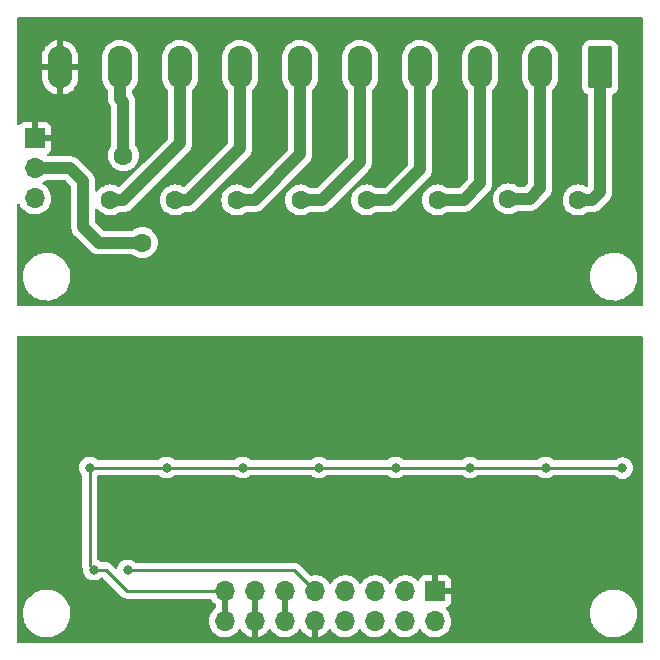
<source format=gbr>
%TF.GenerationSoftware,KiCad,Pcbnew,6.0.11+dfsg-1~bpo11+1*%
%TF.CreationDate,2023-04-06T13:57:54+02:00*%
%TF.ProjectId,dout-8_11,646f7574-2d38-45f3-9131-2e6b69636164,1.1*%
%TF.SameCoordinates,Original*%
%TF.FileFunction,Copper,L2,Bot*%
%TF.FilePolarity,Positive*%
%FSLAX46Y46*%
G04 Gerber Fmt 4.6, Leading zero omitted, Abs format (unit mm)*
G04 Created by KiCad (PCBNEW 6.0.11+dfsg-1~bpo11+1) date 2023-04-06 13:57:54*
%MOMM*%
%LPD*%
G01*
G04 APERTURE LIST*
G04 Aperture macros list*
%AMRoundRect*
0 Rectangle with rounded corners*
0 $1 Rounding radius*
0 $2 $3 $4 $5 $6 $7 $8 $9 X,Y pos of 4 corners*
0 Add a 4 corners polygon primitive as box body*
4,1,4,$2,$3,$4,$5,$6,$7,$8,$9,$2,$3,0*
0 Add four circle primitives for the rounded corners*
1,1,$1+$1,$2,$3*
1,1,$1+$1,$4,$5*
1,1,$1+$1,$6,$7*
1,1,$1+$1,$8,$9*
0 Add four rect primitives between the rounded corners*
20,1,$1+$1,$2,$3,$4,$5,0*
20,1,$1+$1,$4,$5,$6,$7,0*
20,1,$1+$1,$6,$7,$8,$9,0*
20,1,$1+$1,$8,$9,$2,$3,0*%
G04 Aperture macros list end*
%TA.AperFunction,ComponentPad*%
%ADD10R,1.700000X1.700000*%
%TD*%
%TA.AperFunction,ComponentPad*%
%ADD11O,1.700000X1.700000*%
%TD*%
%TA.AperFunction,ComponentPad*%
%ADD12RoundRect,0.249999X0.790001X1.550001X-0.790001X1.550001X-0.790001X-1.550001X0.790001X-1.550001X0*%
%TD*%
%TA.AperFunction,ComponentPad*%
%ADD13O,2.080000X3.600000*%
%TD*%
%TA.AperFunction,ViaPad*%
%ADD14C,0.800000*%
%TD*%
%TA.AperFunction,ViaPad*%
%ADD15C,1.600000*%
%TD*%
%TA.AperFunction,Conductor*%
%ADD16C,0.500000*%
%TD*%
%TA.AperFunction,Conductor*%
%ADD17C,1.000000*%
%TD*%
%TA.AperFunction,Conductor*%
%ADD18C,0.250000*%
%TD*%
G04 APERTURE END LIST*
D10*
%TO.P,J3,1,Pin_1*%
%TO.N,GNDD*%
X128000000Y-76775000D03*
D11*
%TO.P,J3,2,Pin_2*%
%TO.N,/COM*%
X128000000Y-79315000D03*
%TO.P,J3,3,Pin_3*%
%TO.N,+VDC*%
X128000000Y-81855000D03*
%TD*%
D10*
%TO.P,J1,1,Pin_1*%
%TO.N,GND*%
X161890000Y-115120000D03*
D11*
%TO.P,J1,2,Pin_2*%
%TO.N,/O0*%
X161890000Y-117660000D03*
%TO.P,J1,3,Pin_3*%
%TO.N,/O1*%
X159350000Y-115120000D03*
%TO.P,J1,4,Pin_4*%
%TO.N,/O2*%
X159350000Y-117660000D03*
%TO.P,J1,5,Pin_5*%
%TO.N,/O3*%
X156810000Y-115120000D03*
%TO.P,J1,6,Pin_6*%
%TO.N,/O4*%
X156810000Y-117660000D03*
%TO.P,J1,7,Pin_7*%
%TO.N,/O5*%
X154270000Y-115120000D03*
%TO.P,J1,8,Pin_8*%
%TO.N,/O6*%
X154270000Y-117660000D03*
%TO.P,J1,9,Pin_9*%
%TO.N,/O7*%
X151730000Y-115120000D03*
%TO.P,J1,10,Pin_10*%
%TO.N,GND*%
X151730000Y-117660000D03*
%TO.P,J1,11,Pin_11*%
%TO.N,+3.3V*%
X149190000Y-115120000D03*
%TO.P,J1,12,Pin_12*%
X149190000Y-117660000D03*
%TO.P,J1,13,Pin_13*%
%TO.N,GND*%
X146650000Y-115120000D03*
%TO.P,J1,14,Pin_14*%
X146650000Y-117660000D03*
%TO.P,J1,15,Pin_15*%
%TO.N,+24V*%
X144110000Y-115120000D03*
%TO.P,J1,16,Pin_16*%
X144110000Y-117660000D03*
%TD*%
D12*
%TO.P,J2,1,Pin_1*%
%TO.N,/OUT_0*%
X175860000Y-70777500D03*
D13*
%TO.P,J2,2,Pin_2*%
%TO.N,/OUT_1*%
X170780000Y-70777500D03*
%TO.P,J2,3,Pin_3*%
%TO.N,/OUT_2*%
X165700000Y-70777500D03*
%TO.P,J2,4,Pin_4*%
%TO.N,/OUT_3*%
X160620000Y-70777500D03*
%TO.P,J2,5,Pin_5*%
%TO.N,/OUT_4*%
X155540000Y-70777500D03*
%TO.P,J2,6,Pin_6*%
%TO.N,/OUT_5*%
X150460000Y-70777500D03*
%TO.P,J2,7,Pin_7*%
%TO.N,/OUT_6*%
X145380000Y-70777500D03*
%TO.P,J2,8,Pin_8*%
%TO.N,/OUT_7*%
X140300000Y-70777500D03*
%TO.P,J2,9,Pin_9*%
%TO.N,+VDC*%
X135220000Y-70777500D03*
%TO.P,J2,10,Pin_10*%
%TO.N,GNDD*%
X130140000Y-70777500D03*
%TD*%
D14*
%TO.N,GND*%
X165750000Y-107850000D03*
X155950000Y-99100000D03*
X177850000Y-95300000D03*
X139600000Y-107500000D03*
X178250000Y-107900000D03*
X169250000Y-98900000D03*
X133650000Y-107550000D03*
X142100000Y-98850000D03*
X159050000Y-107600000D03*
X175600000Y-98800000D03*
X146050000Y-107500000D03*
X172400000Y-107900000D03*
X135300000Y-98900000D03*
X150450000Y-98850000D03*
X148150000Y-98950000D03*
X152700000Y-107700000D03*
X162800000Y-98950000D03*
D15*
%TO.N,/OUT_6*%
X139900000Y-82000000D03*
%TO.N,/OUT_7*%
X134400000Y-82000000D03*
D14*
%TO.N,+24V*%
X164850000Y-104650000D03*
X152050000Y-104650000D03*
X133000000Y-113300000D03*
X171250000Y-104650000D03*
X132650000Y-104650000D03*
X145600000Y-104650000D03*
X177750000Y-104700000D03*
X139150000Y-104650000D03*
X158550000Y-104650000D03*
D15*
%TO.N,/COM*%
X137100000Y-85600000D03*
%TO.N,/OUT_0*%
X174000000Y-82000000D03*
%TO.N,/OUT_1*%
X168100000Y-81900000D03*
%TO.N,/OUT_2*%
X162100000Y-82000000D03*
%TO.N,/OUT_3*%
X156100000Y-82000000D03*
%TO.N,/OUT_4*%
X150500000Y-82000000D03*
%TO.N,/OUT_5*%
X145100000Y-82000000D03*
D14*
%TO.N,GNDD*%
X137400000Y-82900000D03*
X130300000Y-83700000D03*
D15*
%TO.N,+VDC*%
X135500000Y-78250000D03*
D14*
%TO.N,/O7*%
X135850000Y-113350000D03*
%TD*%
D16*
%TO.N,+3.3V*%
X149190000Y-115120000D02*
X149190000Y-117660000D01*
D17*
%TO.N,/OUT_6*%
X141000000Y-82000000D02*
X139900000Y-82000000D01*
X145380000Y-70777500D02*
X145380000Y-77620000D01*
X145380000Y-77620000D02*
X141000000Y-82000000D01*
%TO.N,/OUT_7*%
X135500000Y-82000000D02*
X134400000Y-82000000D01*
X140300000Y-70777500D02*
X140300000Y-77200000D01*
X140300000Y-77200000D02*
X135500000Y-82000000D01*
D18*
%TO.N,+24V*%
X158550000Y-104650000D02*
X164850000Y-104650000D01*
D16*
X144110000Y-115120000D02*
X144110000Y-117660000D01*
D18*
X144110000Y-115120000D02*
X135820000Y-115120000D01*
X139150000Y-104650000D02*
X145600000Y-104650000D01*
X132650000Y-104650000D02*
X139150000Y-104650000D01*
X132650000Y-112950000D02*
X133000000Y-113300000D01*
X164850000Y-104650000D02*
X171250000Y-104650000D01*
X135820000Y-115120000D02*
X134000000Y-113300000D01*
X171250000Y-104650000D02*
X177700000Y-104650000D01*
X134000000Y-113300000D02*
X133000000Y-113300000D01*
X132650000Y-104650000D02*
X132650000Y-112950000D01*
X152050000Y-104650000D02*
X158550000Y-104650000D01*
X177700000Y-104650000D02*
X177750000Y-104700000D01*
X145600000Y-104650000D02*
X152050000Y-104650000D01*
D17*
%TO.N,/COM*%
X137100000Y-85600000D02*
X133400000Y-85600000D01*
X132100000Y-84300000D02*
X132100000Y-80400000D01*
X132100000Y-80400000D02*
X131015000Y-79315000D01*
X131015000Y-79315000D02*
X128000000Y-79315000D01*
X133400000Y-85600000D02*
X132100000Y-84300000D01*
%TO.N,/OUT_0*%
X175300000Y-81900000D02*
X175200000Y-82000000D01*
X175860000Y-70777500D02*
X175860000Y-81340000D01*
X175860000Y-81340000D02*
X175300000Y-81900000D01*
X175200000Y-82000000D02*
X174000000Y-82000000D01*
%TO.N,/OUT_1*%
X169900000Y-81900000D02*
X168100000Y-81900000D01*
X170780000Y-81020000D02*
X169900000Y-81900000D01*
X170780000Y-70777500D02*
X170780000Y-81020000D01*
%TO.N,/OUT_2*%
X164300000Y-82000000D02*
X162100000Y-82000000D01*
X165700000Y-70777500D02*
X165700000Y-80600000D01*
X165700000Y-80600000D02*
X164300000Y-82000000D01*
%TO.N,/OUT_3*%
X160620000Y-70777500D02*
X160620000Y-79180000D01*
X160620000Y-79380000D02*
X158000000Y-82000000D01*
X160620000Y-79180000D02*
X160620000Y-79380000D01*
X158000000Y-82000000D02*
X156100000Y-82000000D01*
%TO.N,/OUT_4*%
X152300000Y-82000000D02*
X150500000Y-82000000D01*
X155540000Y-70777500D02*
X155540000Y-78760000D01*
X155540000Y-78760000D02*
X152300000Y-82000000D01*
%TO.N,/OUT_5*%
X150460000Y-78140000D02*
X146600000Y-82000000D01*
X150460000Y-70777500D02*
X150460000Y-78140000D01*
X146600000Y-82000000D02*
X145100000Y-82000000D01*
%TO.N,+VDC*%
X135220000Y-73420000D02*
X135220000Y-70777500D01*
X135500000Y-73700000D02*
X135220000Y-73420000D01*
X135500000Y-78250000D02*
X135500000Y-73700000D01*
D18*
%TO.N,/O7*%
X135850000Y-113350000D02*
X149960000Y-113350000D01*
X149960000Y-113350000D02*
X151730000Y-115120000D01*
%TD*%
%TA.AperFunction,Conductor*%
%TO.N,GNDD*%
G36*
X179433621Y-66528502D02*
G01*
X179480114Y-66582158D01*
X179491500Y-66634500D01*
X179491500Y-90874000D01*
X179471498Y-90942121D01*
X179417842Y-90988614D01*
X179365500Y-91000000D01*
X126634500Y-91000000D01*
X126566379Y-90979998D01*
X126519886Y-90926342D01*
X126508500Y-90874000D01*
X126508500Y-88478918D01*
X126986917Y-88478918D01*
X126987334Y-88486156D01*
X127002682Y-88752320D01*
X127055405Y-89021053D01*
X127056792Y-89025103D01*
X127056793Y-89025108D01*
X127142723Y-89276088D01*
X127144112Y-89280144D01*
X127173238Y-89338054D01*
X127242837Y-89476437D01*
X127267160Y-89524799D01*
X127269586Y-89528328D01*
X127269589Y-89528334D01*
X127419843Y-89746953D01*
X127422274Y-89750490D01*
X127606582Y-89953043D01*
X127816675Y-90128707D01*
X127820316Y-90130991D01*
X128045024Y-90271951D01*
X128045028Y-90271953D01*
X128048664Y-90274234D01*
X128116544Y-90304883D01*
X128294345Y-90385164D01*
X128294349Y-90385166D01*
X128298257Y-90386930D01*
X128302377Y-90388150D01*
X128302376Y-90388150D01*
X128556723Y-90463491D01*
X128556727Y-90463492D01*
X128560836Y-90464709D01*
X128565070Y-90465357D01*
X128565075Y-90465358D01*
X128827298Y-90505483D01*
X128827300Y-90505483D01*
X128831540Y-90506132D01*
X128970912Y-90508322D01*
X129101071Y-90510367D01*
X129101077Y-90510367D01*
X129105362Y-90510434D01*
X129377235Y-90477534D01*
X129642127Y-90408041D01*
X129646087Y-90406401D01*
X129646092Y-90406399D01*
X129768631Y-90355641D01*
X129895136Y-90303241D01*
X130131582Y-90165073D01*
X130347089Y-89996094D01*
X130388809Y-89953043D01*
X130534686Y-89802509D01*
X130537669Y-89799431D01*
X130540202Y-89795983D01*
X130540206Y-89795978D01*
X130697257Y-89582178D01*
X130699795Y-89578723D01*
X130727154Y-89528334D01*
X130828418Y-89341830D01*
X130828419Y-89341828D01*
X130830468Y-89338054D01*
X130927269Y-89081877D01*
X130968173Y-88903279D01*
X130987449Y-88819117D01*
X130987450Y-88819113D01*
X130988407Y-88814933D01*
X130996910Y-88719665D01*
X131012531Y-88544627D01*
X131012531Y-88544625D01*
X131012751Y-88542161D01*
X131013193Y-88500000D01*
X131011756Y-88478918D01*
X174986917Y-88478918D01*
X174987334Y-88486156D01*
X175002682Y-88752320D01*
X175055405Y-89021053D01*
X175056792Y-89025103D01*
X175056793Y-89025108D01*
X175142723Y-89276088D01*
X175144112Y-89280144D01*
X175173238Y-89338054D01*
X175242837Y-89476437D01*
X175267160Y-89524799D01*
X175269586Y-89528328D01*
X175269589Y-89528334D01*
X175419843Y-89746953D01*
X175422274Y-89750490D01*
X175606582Y-89953043D01*
X175816675Y-90128707D01*
X175820316Y-90130991D01*
X176045024Y-90271951D01*
X176045028Y-90271953D01*
X176048664Y-90274234D01*
X176116544Y-90304883D01*
X176294345Y-90385164D01*
X176294349Y-90385166D01*
X176298257Y-90386930D01*
X176302377Y-90388150D01*
X176302376Y-90388150D01*
X176556723Y-90463491D01*
X176556727Y-90463492D01*
X176560836Y-90464709D01*
X176565070Y-90465357D01*
X176565075Y-90465358D01*
X176827298Y-90505483D01*
X176827300Y-90505483D01*
X176831540Y-90506132D01*
X176970912Y-90508322D01*
X177101071Y-90510367D01*
X177101077Y-90510367D01*
X177105362Y-90510434D01*
X177377235Y-90477534D01*
X177642127Y-90408041D01*
X177646087Y-90406401D01*
X177646092Y-90406399D01*
X177768631Y-90355641D01*
X177895136Y-90303241D01*
X178131582Y-90165073D01*
X178347089Y-89996094D01*
X178388809Y-89953043D01*
X178534686Y-89802509D01*
X178537669Y-89799431D01*
X178540202Y-89795983D01*
X178540206Y-89795978D01*
X178697257Y-89582178D01*
X178699795Y-89578723D01*
X178727154Y-89528334D01*
X178828418Y-89341830D01*
X178828419Y-89341828D01*
X178830468Y-89338054D01*
X178927269Y-89081877D01*
X178968173Y-88903279D01*
X178987449Y-88819117D01*
X178987450Y-88819113D01*
X178988407Y-88814933D01*
X178996910Y-88719665D01*
X179012531Y-88544627D01*
X179012531Y-88544625D01*
X179012751Y-88542161D01*
X179013193Y-88500000D01*
X179011465Y-88474648D01*
X178994859Y-88231055D01*
X178994858Y-88231049D01*
X178994567Y-88226778D01*
X178939032Y-87958612D01*
X178847617Y-87700465D01*
X178722013Y-87457112D01*
X178712040Y-87442921D01*
X178567008Y-87236562D01*
X178564545Y-87233057D01*
X178378125Y-87032445D01*
X178374810Y-87029731D01*
X178374806Y-87029728D01*
X178232215Y-86913019D01*
X178166205Y-86858990D01*
X177932704Y-86715901D01*
X177928768Y-86714173D01*
X177685873Y-86607549D01*
X177685869Y-86607548D01*
X177681945Y-86605825D01*
X177418566Y-86530800D01*
X177414324Y-86530196D01*
X177414318Y-86530195D01*
X177213834Y-86501662D01*
X177147443Y-86492213D01*
X177003589Y-86491460D01*
X176877877Y-86490802D01*
X176877871Y-86490802D01*
X176873591Y-86490780D01*
X176869347Y-86491339D01*
X176869343Y-86491339D01*
X176750302Y-86507011D01*
X176602078Y-86526525D01*
X176597938Y-86527658D01*
X176597936Y-86527658D01*
X176562461Y-86537363D01*
X176337928Y-86598788D01*
X176333980Y-86600472D01*
X176089982Y-86704546D01*
X176089978Y-86704548D01*
X176086030Y-86706232D01*
X176029860Y-86739849D01*
X175854725Y-86844664D01*
X175854721Y-86844667D01*
X175851043Y-86846868D01*
X175637318Y-87018094D01*
X175448808Y-87216742D01*
X175289002Y-87439136D01*
X175160857Y-87681161D01*
X175159385Y-87685184D01*
X175159383Y-87685188D01*
X175116872Y-87801355D01*
X175066743Y-87938337D01*
X175008404Y-88205907D01*
X174986917Y-88478918D01*
X131011756Y-88478918D01*
X131011465Y-88474648D01*
X130994859Y-88231055D01*
X130994858Y-88231049D01*
X130994567Y-88226778D01*
X130939032Y-87958612D01*
X130847617Y-87700465D01*
X130722013Y-87457112D01*
X130712040Y-87442921D01*
X130567008Y-87236562D01*
X130564545Y-87233057D01*
X130378125Y-87032445D01*
X130374810Y-87029731D01*
X130374806Y-87029728D01*
X130232215Y-86913019D01*
X130166205Y-86858990D01*
X129932704Y-86715901D01*
X129928768Y-86714173D01*
X129685873Y-86607549D01*
X129685869Y-86607548D01*
X129681945Y-86605825D01*
X129418566Y-86530800D01*
X129414324Y-86530196D01*
X129414318Y-86530195D01*
X129213834Y-86501662D01*
X129147443Y-86492213D01*
X129003589Y-86491460D01*
X128877877Y-86490802D01*
X128877871Y-86490802D01*
X128873591Y-86490780D01*
X128869347Y-86491339D01*
X128869343Y-86491339D01*
X128750302Y-86507011D01*
X128602078Y-86526525D01*
X128597938Y-86527658D01*
X128597936Y-86527658D01*
X128562461Y-86537363D01*
X128337928Y-86598788D01*
X128333980Y-86600472D01*
X128089982Y-86704546D01*
X128089978Y-86704548D01*
X128086030Y-86706232D01*
X128029860Y-86739849D01*
X127854725Y-86844664D01*
X127854721Y-86844667D01*
X127851043Y-86846868D01*
X127637318Y-87018094D01*
X127448808Y-87216742D01*
X127289002Y-87439136D01*
X127160857Y-87681161D01*
X127159385Y-87685184D01*
X127159383Y-87685188D01*
X127116872Y-87801355D01*
X127066743Y-87938337D01*
X127008404Y-88205907D01*
X126986917Y-88478918D01*
X126508500Y-88478918D01*
X126508500Y-82438156D01*
X126528502Y-82370035D01*
X126582158Y-82323542D01*
X126652432Y-82313438D01*
X126717012Y-82342932D01*
X126751243Y-82390752D01*
X126770492Y-82438156D01*
X126783266Y-82469616D01*
X126785965Y-82474020D01*
X126895802Y-82653258D01*
X126899987Y-82660088D01*
X127046250Y-82828938D01*
X127218126Y-82971632D01*
X127411000Y-83084338D01*
X127619692Y-83164030D01*
X127624760Y-83165061D01*
X127624763Y-83165062D01*
X127732017Y-83186883D01*
X127838597Y-83208567D01*
X127843772Y-83208757D01*
X127843774Y-83208757D01*
X128056673Y-83216564D01*
X128056677Y-83216564D01*
X128061837Y-83216753D01*
X128066957Y-83216097D01*
X128066959Y-83216097D01*
X128278288Y-83189025D01*
X128278289Y-83189025D01*
X128283416Y-83188368D01*
X128288366Y-83186883D01*
X128492429Y-83125661D01*
X128492434Y-83125659D01*
X128497384Y-83124174D01*
X128697994Y-83025896D01*
X128879860Y-82896173D01*
X128932150Y-82844066D01*
X128991125Y-82785296D01*
X129038096Y-82738489D01*
X129050050Y-82721854D01*
X129165435Y-82561277D01*
X129168453Y-82557077D01*
X129219286Y-82454225D01*
X129265136Y-82361453D01*
X129265137Y-82361451D01*
X129267430Y-82356811D01*
X129304925Y-82233402D01*
X129330865Y-82148023D01*
X129330865Y-82148021D01*
X129332370Y-82143069D01*
X129361529Y-81921590D01*
X129361736Y-81913112D01*
X129363074Y-81858365D01*
X129363074Y-81858361D01*
X129363156Y-81855000D01*
X129344852Y-81632361D01*
X129290431Y-81415702D01*
X129201354Y-81210840D01*
X129117198Y-81080755D01*
X129082822Y-81027617D01*
X129082820Y-81027614D01*
X129080014Y-81023277D01*
X128929670Y-80858051D01*
X128925619Y-80854852D01*
X128925615Y-80854848D01*
X128758414Y-80722800D01*
X128758410Y-80722798D01*
X128754359Y-80719598D01*
X128713053Y-80696796D01*
X128663084Y-80646364D01*
X128648312Y-80576921D01*
X128673428Y-80510516D01*
X128700780Y-80483909D01*
X128875651Y-80359175D01*
X128879860Y-80356173D01*
X128882886Y-80353157D01*
X128947588Y-80324570D01*
X128963976Y-80323500D01*
X130545074Y-80323500D01*
X130613195Y-80343502D01*
X130634169Y-80360404D01*
X131054595Y-80780829D01*
X131088620Y-80843142D01*
X131091500Y-80869925D01*
X131091500Y-84238157D01*
X131090763Y-84251764D01*
X131086676Y-84289388D01*
X131088169Y-84306457D01*
X131091050Y-84339388D01*
X131091379Y-84344214D01*
X131091500Y-84346686D01*
X131091500Y-84349769D01*
X131091801Y-84352837D01*
X131095690Y-84392506D01*
X131095812Y-84393819D01*
X131103913Y-84486413D01*
X131105400Y-84491532D01*
X131105920Y-84496833D01*
X131132791Y-84585834D01*
X131133126Y-84586967D01*
X131159091Y-84676336D01*
X131161544Y-84681068D01*
X131163084Y-84686169D01*
X131165978Y-84691612D01*
X131206731Y-84768260D01*
X131207343Y-84769426D01*
X131250108Y-84851926D01*
X131253431Y-84856089D01*
X131255934Y-84860796D01*
X131314755Y-84932918D01*
X131315446Y-84933774D01*
X131346738Y-84972973D01*
X131349242Y-84975477D01*
X131349884Y-84976195D01*
X131353585Y-84980528D01*
X131380935Y-85014062D01*
X131385682Y-85017989D01*
X131385684Y-85017991D01*
X131416262Y-85043287D01*
X131425042Y-85051277D01*
X132643145Y-86269379D01*
X132652247Y-86279522D01*
X132675968Y-86309025D01*
X132680696Y-86312992D01*
X132714421Y-86341291D01*
X132718070Y-86344473D01*
X132719883Y-86346117D01*
X132722075Y-86348309D01*
X132755276Y-86375580D01*
X132756164Y-86376318D01*
X132791437Y-86405915D01*
X132822753Y-86432193D01*
X132822756Y-86432195D01*
X132827474Y-86436154D01*
X132832147Y-86438723D01*
X132836262Y-86442103D01*
X132841691Y-86445014D01*
X132841694Y-86445016D01*
X132918180Y-86486028D01*
X132919338Y-86486657D01*
X132991859Y-86526525D01*
X133000787Y-86531433D01*
X133005865Y-86533044D01*
X133010563Y-86535563D01*
X133099498Y-86562753D01*
X133100702Y-86563128D01*
X133189306Y-86591235D01*
X133194597Y-86591828D01*
X133199698Y-86593388D01*
X133292311Y-86602795D01*
X133293431Y-86602915D01*
X133343227Y-86608500D01*
X133346756Y-86608500D01*
X133347739Y-86608555D01*
X133353426Y-86609003D01*
X133373683Y-86611060D01*
X133390336Y-86612752D01*
X133390339Y-86612752D01*
X133396463Y-86613374D01*
X133442112Y-86609059D01*
X133453969Y-86608500D01*
X136219260Y-86608500D01*
X136291531Y-86631287D01*
X136443251Y-86737523D01*
X136448233Y-86739846D01*
X136448238Y-86739849D01*
X136645775Y-86831961D01*
X136650757Y-86834284D01*
X136656065Y-86835706D01*
X136656067Y-86835707D01*
X136866598Y-86892119D01*
X136866600Y-86892119D01*
X136871913Y-86893543D01*
X137100000Y-86913498D01*
X137328087Y-86893543D01*
X137333400Y-86892119D01*
X137333402Y-86892119D01*
X137543933Y-86835707D01*
X137543935Y-86835706D01*
X137549243Y-86834284D01*
X137554225Y-86831961D01*
X137751762Y-86739849D01*
X137751767Y-86739846D01*
X137756749Y-86737523D01*
X137861611Y-86664098D01*
X137939789Y-86609357D01*
X137939792Y-86609355D01*
X137944300Y-86606198D01*
X138106198Y-86444300D01*
X138110428Y-86438260D01*
X138200919Y-86309025D01*
X138237523Y-86256749D01*
X138239846Y-86251767D01*
X138239849Y-86251762D01*
X138331961Y-86054225D01*
X138331961Y-86054224D01*
X138334284Y-86049243D01*
X138393543Y-85828087D01*
X138413498Y-85600000D01*
X138393543Y-85371913D01*
X138334284Y-85150757D01*
X138285935Y-85047071D01*
X138239849Y-84948238D01*
X138239846Y-84948233D01*
X138237523Y-84943251D01*
X138106198Y-84755700D01*
X137944300Y-84593802D01*
X137939792Y-84590645D01*
X137939789Y-84590643D01*
X137799103Y-84492134D01*
X137756749Y-84462477D01*
X137751767Y-84460154D01*
X137751762Y-84460151D01*
X137554225Y-84368039D01*
X137554224Y-84368039D01*
X137549243Y-84365716D01*
X137543935Y-84364294D01*
X137543933Y-84364293D01*
X137333402Y-84307881D01*
X137333400Y-84307881D01*
X137328087Y-84306457D01*
X137100000Y-84286502D01*
X136871913Y-84306457D01*
X136866600Y-84307881D01*
X136866598Y-84307881D01*
X136656067Y-84364293D01*
X136656065Y-84364294D01*
X136650757Y-84365716D01*
X136645776Y-84368039D01*
X136645775Y-84368039D01*
X136448238Y-84460151D01*
X136448233Y-84460154D01*
X136443251Y-84462477D01*
X136400897Y-84492134D01*
X136291531Y-84568713D01*
X136219260Y-84591500D01*
X133869924Y-84591500D01*
X133801803Y-84571498D01*
X133780829Y-84554595D01*
X133145405Y-83919171D01*
X133111379Y-83856859D01*
X133108500Y-83830076D01*
X133108500Y-82836468D01*
X133128502Y-82768347D01*
X133182158Y-82721854D01*
X133252432Y-82711750D01*
X133317012Y-82741244D01*
X133337713Y-82764197D01*
X133388632Y-82836916D01*
X133393802Y-82844300D01*
X133555700Y-83006198D01*
X133560208Y-83009355D01*
X133560211Y-83009357D01*
X133603758Y-83039849D01*
X133743251Y-83137523D01*
X133748233Y-83139846D01*
X133748238Y-83139849D01*
X133912756Y-83216564D01*
X133950757Y-83234284D01*
X133956065Y-83235706D01*
X133956067Y-83235707D01*
X134166598Y-83292119D01*
X134166600Y-83292119D01*
X134171913Y-83293543D01*
X134400000Y-83313498D01*
X134628087Y-83293543D01*
X134633400Y-83292119D01*
X134633402Y-83292119D01*
X134843933Y-83235707D01*
X134843935Y-83235706D01*
X134849243Y-83234284D01*
X134887244Y-83216564D01*
X135051762Y-83139849D01*
X135051767Y-83139846D01*
X135056749Y-83137523D01*
X135208469Y-83031287D01*
X135280740Y-83008500D01*
X135438157Y-83008500D01*
X135451764Y-83009237D01*
X135483262Y-83012659D01*
X135483267Y-83012659D01*
X135489388Y-83013324D01*
X135515638Y-83011027D01*
X135539388Y-83008950D01*
X135544214Y-83008621D01*
X135546686Y-83008500D01*
X135549769Y-83008500D01*
X135561738Y-83007326D01*
X135592506Y-83004310D01*
X135593819Y-83004188D01*
X135638084Y-83000315D01*
X135686413Y-82996087D01*
X135691532Y-82994600D01*
X135696833Y-82994080D01*
X135785834Y-82967209D01*
X135786967Y-82966874D01*
X135870414Y-82942630D01*
X135870418Y-82942628D01*
X135876336Y-82940909D01*
X135881068Y-82938456D01*
X135886169Y-82936916D01*
X135896756Y-82931287D01*
X135968260Y-82893269D01*
X135969426Y-82892657D01*
X136046453Y-82852729D01*
X136051926Y-82849892D01*
X136056089Y-82846569D01*
X136060796Y-82844066D01*
X136067675Y-82838456D01*
X136084135Y-82825031D01*
X136132918Y-82785245D01*
X136133774Y-82784554D01*
X136172973Y-82753262D01*
X136175477Y-82750758D01*
X136176195Y-82750116D01*
X136180528Y-82746415D01*
X136214062Y-82719065D01*
X136220114Y-82711750D01*
X136243287Y-82683738D01*
X136251277Y-82674958D01*
X136926235Y-82000000D01*
X138586502Y-82000000D01*
X138606457Y-82228087D01*
X138607881Y-82233400D01*
X138607881Y-82233402D01*
X138642193Y-82361453D01*
X138665716Y-82449243D01*
X138668039Y-82454224D01*
X138668039Y-82454225D01*
X138760151Y-82651762D01*
X138760154Y-82651767D01*
X138762477Y-82656749D01*
X138829683Y-82752729D01*
X138888632Y-82836916D01*
X138893802Y-82844300D01*
X139055700Y-83006198D01*
X139060208Y-83009355D01*
X139060211Y-83009357D01*
X139103758Y-83039849D01*
X139243251Y-83137523D01*
X139248233Y-83139846D01*
X139248238Y-83139849D01*
X139412756Y-83216564D01*
X139450757Y-83234284D01*
X139456065Y-83235706D01*
X139456067Y-83235707D01*
X139666598Y-83292119D01*
X139666600Y-83292119D01*
X139671913Y-83293543D01*
X139900000Y-83313498D01*
X140128087Y-83293543D01*
X140133400Y-83292119D01*
X140133402Y-83292119D01*
X140343933Y-83235707D01*
X140343935Y-83235706D01*
X140349243Y-83234284D01*
X140387244Y-83216564D01*
X140551762Y-83139849D01*
X140551767Y-83139846D01*
X140556749Y-83137523D01*
X140708469Y-83031287D01*
X140780740Y-83008500D01*
X140938157Y-83008500D01*
X140951764Y-83009237D01*
X140983262Y-83012659D01*
X140983267Y-83012659D01*
X140989388Y-83013324D01*
X141015638Y-83011027D01*
X141039388Y-83008950D01*
X141044214Y-83008621D01*
X141046686Y-83008500D01*
X141049769Y-83008500D01*
X141061738Y-83007326D01*
X141092506Y-83004310D01*
X141093819Y-83004188D01*
X141138084Y-83000315D01*
X141186413Y-82996087D01*
X141191532Y-82994600D01*
X141196833Y-82994080D01*
X141285834Y-82967209D01*
X141286967Y-82966874D01*
X141370414Y-82942630D01*
X141370418Y-82942628D01*
X141376336Y-82940909D01*
X141381068Y-82938456D01*
X141386169Y-82936916D01*
X141396756Y-82931287D01*
X141468260Y-82893269D01*
X141469426Y-82892657D01*
X141546453Y-82852729D01*
X141551926Y-82849892D01*
X141556089Y-82846569D01*
X141560796Y-82844066D01*
X141567675Y-82838456D01*
X141584135Y-82825031D01*
X141632918Y-82785245D01*
X141633774Y-82784554D01*
X141672973Y-82753262D01*
X141675477Y-82750758D01*
X141676195Y-82750116D01*
X141680528Y-82746415D01*
X141714062Y-82719065D01*
X141720114Y-82711750D01*
X141743287Y-82683738D01*
X141751277Y-82674958D01*
X142426235Y-82000000D01*
X143786502Y-82000000D01*
X143806457Y-82228087D01*
X143807881Y-82233400D01*
X143807881Y-82233402D01*
X143842193Y-82361453D01*
X143865716Y-82449243D01*
X143868039Y-82454224D01*
X143868039Y-82454225D01*
X143960151Y-82651762D01*
X143960154Y-82651767D01*
X143962477Y-82656749D01*
X144029683Y-82752729D01*
X144088632Y-82836916D01*
X144093802Y-82844300D01*
X144255700Y-83006198D01*
X144260208Y-83009355D01*
X144260211Y-83009357D01*
X144303758Y-83039849D01*
X144443251Y-83137523D01*
X144448233Y-83139846D01*
X144448238Y-83139849D01*
X144612756Y-83216564D01*
X144650757Y-83234284D01*
X144656065Y-83235706D01*
X144656067Y-83235707D01*
X144866598Y-83292119D01*
X144866600Y-83292119D01*
X144871913Y-83293543D01*
X145100000Y-83313498D01*
X145328087Y-83293543D01*
X145333400Y-83292119D01*
X145333402Y-83292119D01*
X145543933Y-83235707D01*
X145543935Y-83235706D01*
X145549243Y-83234284D01*
X145587244Y-83216564D01*
X145751762Y-83139849D01*
X145751767Y-83139846D01*
X145756749Y-83137523D01*
X145908469Y-83031287D01*
X145980740Y-83008500D01*
X146538157Y-83008500D01*
X146551764Y-83009237D01*
X146583262Y-83012659D01*
X146583267Y-83012659D01*
X146589388Y-83013324D01*
X146615638Y-83011027D01*
X146639388Y-83008950D01*
X146644214Y-83008621D01*
X146646686Y-83008500D01*
X146649769Y-83008500D01*
X146661738Y-83007326D01*
X146692506Y-83004310D01*
X146693819Y-83004188D01*
X146738084Y-83000315D01*
X146786413Y-82996087D01*
X146791532Y-82994600D01*
X146796833Y-82994080D01*
X146885834Y-82967209D01*
X146886967Y-82966874D01*
X146970414Y-82942630D01*
X146970418Y-82942628D01*
X146976336Y-82940909D01*
X146981068Y-82938456D01*
X146986169Y-82936916D01*
X146996756Y-82931287D01*
X147068260Y-82893269D01*
X147069426Y-82892657D01*
X147146453Y-82852729D01*
X147151926Y-82849892D01*
X147156089Y-82846569D01*
X147160796Y-82844066D01*
X147167675Y-82838456D01*
X147184135Y-82825031D01*
X147232918Y-82785245D01*
X147233774Y-82784554D01*
X147272973Y-82753262D01*
X147275477Y-82750758D01*
X147276195Y-82750116D01*
X147280528Y-82746415D01*
X147314062Y-82719065D01*
X147320114Y-82711750D01*
X147343287Y-82683738D01*
X147351277Y-82674958D01*
X148026235Y-82000000D01*
X149186502Y-82000000D01*
X149206457Y-82228087D01*
X149207881Y-82233400D01*
X149207881Y-82233402D01*
X149242193Y-82361453D01*
X149265716Y-82449243D01*
X149268039Y-82454224D01*
X149268039Y-82454225D01*
X149360151Y-82651762D01*
X149360154Y-82651767D01*
X149362477Y-82656749D01*
X149429683Y-82752729D01*
X149488632Y-82836916D01*
X149493802Y-82844300D01*
X149655700Y-83006198D01*
X149660208Y-83009355D01*
X149660211Y-83009357D01*
X149703758Y-83039849D01*
X149843251Y-83137523D01*
X149848233Y-83139846D01*
X149848238Y-83139849D01*
X150012756Y-83216564D01*
X150050757Y-83234284D01*
X150056065Y-83235706D01*
X150056067Y-83235707D01*
X150266598Y-83292119D01*
X150266600Y-83292119D01*
X150271913Y-83293543D01*
X150500000Y-83313498D01*
X150728087Y-83293543D01*
X150733400Y-83292119D01*
X150733402Y-83292119D01*
X150943933Y-83235707D01*
X150943935Y-83235706D01*
X150949243Y-83234284D01*
X150987244Y-83216564D01*
X151151762Y-83139849D01*
X151151767Y-83139846D01*
X151156749Y-83137523D01*
X151308469Y-83031287D01*
X151380740Y-83008500D01*
X152238157Y-83008500D01*
X152251764Y-83009237D01*
X152283262Y-83012659D01*
X152283267Y-83012659D01*
X152289388Y-83013324D01*
X152315638Y-83011027D01*
X152339388Y-83008950D01*
X152344214Y-83008621D01*
X152346686Y-83008500D01*
X152349769Y-83008500D01*
X152361738Y-83007326D01*
X152392506Y-83004310D01*
X152393819Y-83004188D01*
X152438084Y-83000315D01*
X152486413Y-82996087D01*
X152491532Y-82994600D01*
X152496833Y-82994080D01*
X152585834Y-82967209D01*
X152586967Y-82966874D01*
X152670414Y-82942630D01*
X152670418Y-82942628D01*
X152676336Y-82940909D01*
X152681068Y-82938456D01*
X152686169Y-82936916D01*
X152696756Y-82931287D01*
X152768260Y-82893269D01*
X152769426Y-82892657D01*
X152846453Y-82852729D01*
X152851926Y-82849892D01*
X152856089Y-82846569D01*
X152860796Y-82844066D01*
X152867675Y-82838456D01*
X152884135Y-82825031D01*
X152932918Y-82785245D01*
X152933774Y-82784554D01*
X152972973Y-82753262D01*
X152975477Y-82750758D01*
X152976195Y-82750116D01*
X152980528Y-82746415D01*
X153014062Y-82719065D01*
X153020114Y-82711750D01*
X153043287Y-82683738D01*
X153051277Y-82674958D01*
X153726235Y-82000000D01*
X154786502Y-82000000D01*
X154806457Y-82228087D01*
X154807881Y-82233400D01*
X154807881Y-82233402D01*
X154842193Y-82361453D01*
X154865716Y-82449243D01*
X154868039Y-82454224D01*
X154868039Y-82454225D01*
X154960151Y-82651762D01*
X154960154Y-82651767D01*
X154962477Y-82656749D01*
X155029683Y-82752729D01*
X155088632Y-82836916D01*
X155093802Y-82844300D01*
X155255700Y-83006198D01*
X155260208Y-83009355D01*
X155260211Y-83009357D01*
X155303758Y-83039849D01*
X155443251Y-83137523D01*
X155448233Y-83139846D01*
X155448238Y-83139849D01*
X155612756Y-83216564D01*
X155650757Y-83234284D01*
X155656065Y-83235706D01*
X155656067Y-83235707D01*
X155866598Y-83292119D01*
X155866600Y-83292119D01*
X155871913Y-83293543D01*
X156100000Y-83313498D01*
X156328087Y-83293543D01*
X156333400Y-83292119D01*
X156333402Y-83292119D01*
X156543933Y-83235707D01*
X156543935Y-83235706D01*
X156549243Y-83234284D01*
X156587244Y-83216564D01*
X156751762Y-83139849D01*
X156751767Y-83139846D01*
X156756749Y-83137523D01*
X156908469Y-83031287D01*
X156980740Y-83008500D01*
X157938157Y-83008500D01*
X157951764Y-83009237D01*
X157983262Y-83012659D01*
X157983267Y-83012659D01*
X157989388Y-83013324D01*
X158015638Y-83011027D01*
X158039388Y-83008950D01*
X158044214Y-83008621D01*
X158046686Y-83008500D01*
X158049769Y-83008500D01*
X158061738Y-83007326D01*
X158092506Y-83004310D01*
X158093819Y-83004188D01*
X158138084Y-83000315D01*
X158186413Y-82996087D01*
X158191532Y-82994600D01*
X158196833Y-82994080D01*
X158285834Y-82967209D01*
X158286967Y-82966874D01*
X158370414Y-82942630D01*
X158370418Y-82942628D01*
X158376336Y-82940909D01*
X158381068Y-82938456D01*
X158386169Y-82936916D01*
X158396756Y-82931287D01*
X158468260Y-82893269D01*
X158469426Y-82892657D01*
X158546453Y-82852729D01*
X158551926Y-82849892D01*
X158556089Y-82846569D01*
X158560796Y-82844066D01*
X158567675Y-82838456D01*
X158584135Y-82825031D01*
X158632918Y-82785245D01*
X158633774Y-82784554D01*
X158672973Y-82753262D01*
X158675477Y-82750758D01*
X158676195Y-82750116D01*
X158680528Y-82746415D01*
X158714062Y-82719065D01*
X158720114Y-82711750D01*
X158743287Y-82683738D01*
X158751277Y-82674958D01*
X159426235Y-82000000D01*
X160786502Y-82000000D01*
X160806457Y-82228087D01*
X160807881Y-82233400D01*
X160807881Y-82233402D01*
X160842193Y-82361453D01*
X160865716Y-82449243D01*
X160868039Y-82454224D01*
X160868039Y-82454225D01*
X160960151Y-82651762D01*
X160960154Y-82651767D01*
X160962477Y-82656749D01*
X161029683Y-82752729D01*
X161088632Y-82836916D01*
X161093802Y-82844300D01*
X161255700Y-83006198D01*
X161260208Y-83009355D01*
X161260211Y-83009357D01*
X161303758Y-83039849D01*
X161443251Y-83137523D01*
X161448233Y-83139846D01*
X161448238Y-83139849D01*
X161612756Y-83216564D01*
X161650757Y-83234284D01*
X161656065Y-83235706D01*
X161656067Y-83235707D01*
X161866598Y-83292119D01*
X161866600Y-83292119D01*
X161871913Y-83293543D01*
X162100000Y-83313498D01*
X162328087Y-83293543D01*
X162333400Y-83292119D01*
X162333402Y-83292119D01*
X162543933Y-83235707D01*
X162543935Y-83235706D01*
X162549243Y-83234284D01*
X162587244Y-83216564D01*
X162751762Y-83139849D01*
X162751767Y-83139846D01*
X162756749Y-83137523D01*
X162908469Y-83031287D01*
X162980740Y-83008500D01*
X164238157Y-83008500D01*
X164251764Y-83009237D01*
X164283262Y-83012659D01*
X164283267Y-83012659D01*
X164289388Y-83013324D01*
X164315638Y-83011027D01*
X164339388Y-83008950D01*
X164344214Y-83008621D01*
X164346686Y-83008500D01*
X164349769Y-83008500D01*
X164361738Y-83007326D01*
X164392506Y-83004310D01*
X164393819Y-83004188D01*
X164438084Y-83000315D01*
X164486413Y-82996087D01*
X164491532Y-82994600D01*
X164496833Y-82994080D01*
X164585834Y-82967209D01*
X164586967Y-82966874D01*
X164670414Y-82942630D01*
X164670418Y-82942628D01*
X164676336Y-82940909D01*
X164681068Y-82938456D01*
X164686169Y-82936916D01*
X164696756Y-82931287D01*
X164768260Y-82893269D01*
X164769426Y-82892657D01*
X164846453Y-82852729D01*
X164851926Y-82849892D01*
X164856089Y-82846569D01*
X164860796Y-82844066D01*
X164867675Y-82838456D01*
X164884135Y-82825031D01*
X164932918Y-82785245D01*
X164933774Y-82784554D01*
X164972973Y-82753262D01*
X164975477Y-82750758D01*
X164976195Y-82750116D01*
X164980528Y-82746415D01*
X165014062Y-82719065D01*
X165020114Y-82711750D01*
X165043287Y-82683738D01*
X165051277Y-82674958D01*
X165826234Y-81900000D01*
X166786502Y-81900000D01*
X166806457Y-82128087D01*
X166865716Y-82349243D01*
X166868039Y-82354224D01*
X166868039Y-82354225D01*
X166960151Y-82551762D01*
X166960154Y-82551767D01*
X166962477Y-82556749D01*
X167093802Y-82744300D01*
X167255700Y-82906198D01*
X167260208Y-82909355D01*
X167260211Y-82909357D01*
X167305075Y-82940771D01*
X167443251Y-83037523D01*
X167448233Y-83039846D01*
X167448238Y-83039849D01*
X167645775Y-83131961D01*
X167650757Y-83134284D01*
X167656065Y-83135706D01*
X167656067Y-83135707D01*
X167866598Y-83192119D01*
X167866600Y-83192119D01*
X167871913Y-83193543D01*
X168100000Y-83213498D01*
X168328087Y-83193543D01*
X168333400Y-83192119D01*
X168333402Y-83192119D01*
X168543933Y-83135707D01*
X168543935Y-83135706D01*
X168549243Y-83134284D01*
X168554225Y-83131961D01*
X168751762Y-83039849D01*
X168751767Y-83039846D01*
X168756749Y-83037523D01*
X168908469Y-82931287D01*
X168980740Y-82908500D01*
X169838157Y-82908500D01*
X169851764Y-82909237D01*
X169883262Y-82912659D01*
X169883267Y-82912659D01*
X169889388Y-82913324D01*
X169915638Y-82911027D01*
X169939388Y-82908950D01*
X169944214Y-82908621D01*
X169946686Y-82908500D01*
X169949769Y-82908500D01*
X169961738Y-82907326D01*
X169992506Y-82904310D01*
X169993819Y-82904188D01*
X170038084Y-82900315D01*
X170086413Y-82896087D01*
X170091532Y-82894600D01*
X170096833Y-82894080D01*
X170185834Y-82867209D01*
X170186967Y-82866874D01*
X170270414Y-82842630D01*
X170270418Y-82842628D01*
X170276336Y-82840909D01*
X170281068Y-82838456D01*
X170286169Y-82836916D01*
X170291612Y-82834022D01*
X170368260Y-82793269D01*
X170369426Y-82792657D01*
X170446453Y-82752729D01*
X170451926Y-82749892D01*
X170456089Y-82746569D01*
X170460796Y-82744066D01*
X170532918Y-82685245D01*
X170533774Y-82684554D01*
X170572973Y-82653262D01*
X170575477Y-82650758D01*
X170576195Y-82650116D01*
X170580528Y-82646415D01*
X170614062Y-82619065D01*
X170643291Y-82583733D01*
X170651272Y-82574963D01*
X171226234Y-82000000D01*
X172686502Y-82000000D01*
X172706457Y-82228087D01*
X172707881Y-82233400D01*
X172707881Y-82233402D01*
X172742193Y-82361453D01*
X172765716Y-82449243D01*
X172768039Y-82454224D01*
X172768039Y-82454225D01*
X172860151Y-82651762D01*
X172860154Y-82651767D01*
X172862477Y-82656749D01*
X172929683Y-82752729D01*
X172988632Y-82836916D01*
X172993802Y-82844300D01*
X173155700Y-83006198D01*
X173160208Y-83009355D01*
X173160211Y-83009357D01*
X173203758Y-83039849D01*
X173343251Y-83137523D01*
X173348233Y-83139846D01*
X173348238Y-83139849D01*
X173512756Y-83216564D01*
X173550757Y-83234284D01*
X173556065Y-83235706D01*
X173556067Y-83235707D01*
X173766598Y-83292119D01*
X173766600Y-83292119D01*
X173771913Y-83293543D01*
X174000000Y-83313498D01*
X174228087Y-83293543D01*
X174233400Y-83292119D01*
X174233402Y-83292119D01*
X174443933Y-83235707D01*
X174443935Y-83235706D01*
X174449243Y-83234284D01*
X174487244Y-83216564D01*
X174651762Y-83139849D01*
X174651767Y-83139846D01*
X174656749Y-83137523D01*
X174808469Y-83031287D01*
X174880740Y-83008500D01*
X175138157Y-83008500D01*
X175151764Y-83009237D01*
X175183262Y-83012659D01*
X175183267Y-83012659D01*
X175189388Y-83013324D01*
X175215638Y-83011027D01*
X175239388Y-83008950D01*
X175244214Y-83008621D01*
X175246686Y-83008500D01*
X175249769Y-83008500D01*
X175261738Y-83007326D01*
X175292506Y-83004310D01*
X175293819Y-83004188D01*
X175338084Y-83000315D01*
X175386413Y-82996087D01*
X175391532Y-82994600D01*
X175396833Y-82994080D01*
X175485834Y-82967209D01*
X175486967Y-82966874D01*
X175570414Y-82942630D01*
X175570418Y-82942628D01*
X175576336Y-82940909D01*
X175581068Y-82938456D01*
X175586169Y-82936916D01*
X175596756Y-82931287D01*
X175668260Y-82893269D01*
X175669426Y-82892657D01*
X175746453Y-82852729D01*
X175751926Y-82849892D01*
X175756089Y-82846569D01*
X175760796Y-82844066D01*
X175767675Y-82838456D01*
X175784135Y-82825031D01*
X175832918Y-82785245D01*
X175833774Y-82784554D01*
X175872973Y-82753262D01*
X175875477Y-82750758D01*
X175876195Y-82750116D01*
X175880528Y-82746415D01*
X175914062Y-82719065D01*
X175941999Y-82685296D01*
X175943285Y-82683741D01*
X175951271Y-82674964D01*
X175972965Y-82653269D01*
X175972977Y-82653258D01*
X176529383Y-82096851D01*
X176539527Y-82087749D01*
X176564218Y-82067897D01*
X176569025Y-82064032D01*
X176601292Y-82025578D01*
X176604473Y-82021930D01*
X176606117Y-82020117D01*
X176608309Y-82017925D01*
X176635580Y-81984724D01*
X176636362Y-81983782D01*
X176692193Y-81917247D01*
X176692195Y-81917244D01*
X176696154Y-81912526D01*
X176698723Y-81907853D01*
X176702103Y-81903738D01*
X176728237Y-81855000D01*
X176746028Y-81821820D01*
X176746657Y-81820662D01*
X176788465Y-81744612D01*
X176788465Y-81744611D01*
X176791433Y-81739213D01*
X176793044Y-81734135D01*
X176795563Y-81729437D01*
X176822753Y-81640502D01*
X176823136Y-81639272D01*
X176826921Y-81627342D01*
X176851235Y-81550694D01*
X176851828Y-81545403D01*
X176853388Y-81540302D01*
X176862795Y-81447689D01*
X176862915Y-81446569D01*
X176868500Y-81396773D01*
X176868500Y-81393244D01*
X176868555Y-81392261D01*
X176869004Y-81386556D01*
X176872752Y-81349664D01*
X176872752Y-81349661D01*
X176873374Y-81343537D01*
X176869059Y-81297888D01*
X176868500Y-81286031D01*
X176868500Y-73145020D01*
X176888502Y-73076899D01*
X176942158Y-73030406D01*
X176954622Y-73025497D01*
X176965344Y-73021920D01*
X176973946Y-73019050D01*
X177124349Y-72925979D01*
X177249306Y-72800803D01*
X177302141Y-72715089D01*
X177338275Y-72656469D01*
X177338276Y-72656467D01*
X177342115Y-72650239D01*
X177397797Y-72482362D01*
X177408500Y-72377901D01*
X177408499Y-69177100D01*
X177397526Y-69071333D01*
X177365220Y-68974500D01*
X177343867Y-68910498D01*
X177343866Y-68910496D01*
X177341550Y-68903554D01*
X177248479Y-68753151D01*
X177240753Y-68745438D01*
X177161883Y-68666707D01*
X177123303Y-68628194D01*
X177019166Y-68564003D01*
X176978969Y-68539225D01*
X176978967Y-68539224D01*
X176972739Y-68535385D01*
X176852245Y-68495419D01*
X176811390Y-68481868D01*
X176811388Y-68481868D01*
X176804862Y-68479703D01*
X176798026Y-68479003D01*
X176798023Y-68479002D01*
X176754970Y-68474591D01*
X176700401Y-68469000D01*
X175866481Y-68469000D01*
X175019600Y-68469001D01*
X174913833Y-68479974D01*
X174907286Y-68482158D01*
X174907287Y-68482158D01*
X174752998Y-68533633D01*
X174752996Y-68533634D01*
X174746054Y-68535950D01*
X174595651Y-68629021D01*
X174470694Y-68754197D01*
X174377885Y-68904761D01*
X174322203Y-69072638D01*
X174311500Y-69177099D01*
X174311501Y-72377900D01*
X174322474Y-72483667D01*
X174324658Y-72490213D01*
X174375730Y-72643292D01*
X174378450Y-72651446D01*
X174471521Y-72801849D01*
X174476703Y-72807022D01*
X174485014Y-72815318D01*
X174596697Y-72926806D01*
X174602927Y-72930646D01*
X174711394Y-72997506D01*
X174747261Y-73019615D01*
X174758416Y-73023315D01*
X174765166Y-73025554D01*
X174823527Y-73065984D01*
X174850764Y-73131548D01*
X174851500Y-73145147D01*
X174851500Y-80757232D01*
X174831498Y-80825353D01*
X174777842Y-80871846D01*
X174707568Y-80881950D01*
X174662497Y-80866350D01*
X174661260Y-80865636D01*
X174656749Y-80862477D01*
X174651765Y-80860153D01*
X174651760Y-80860150D01*
X174454225Y-80768039D01*
X174454224Y-80768039D01*
X174449243Y-80765716D01*
X174443935Y-80764294D01*
X174443933Y-80764293D01*
X174233402Y-80707881D01*
X174233400Y-80707881D01*
X174228087Y-80706457D01*
X174000000Y-80686502D01*
X173771913Y-80706457D01*
X173766600Y-80707881D01*
X173766598Y-80707881D01*
X173556067Y-80764293D01*
X173556065Y-80764294D01*
X173550757Y-80765716D01*
X173545776Y-80768039D01*
X173545775Y-80768039D01*
X173348238Y-80860151D01*
X173348233Y-80860154D01*
X173343251Y-80862477D01*
X173257864Y-80922266D01*
X173160211Y-80990643D01*
X173160208Y-80990645D01*
X173155700Y-80993802D01*
X172993802Y-81155700D01*
X172990645Y-81160208D01*
X172990643Y-81160211D01*
X172951866Y-81215590D01*
X172862477Y-81343251D01*
X172860154Y-81348233D01*
X172860151Y-81348238D01*
X172768039Y-81545775D01*
X172765716Y-81550757D01*
X172764294Y-81556065D01*
X172764293Y-81556067D01*
X172716434Y-81734679D01*
X172706457Y-81771913D01*
X172686502Y-82000000D01*
X171226234Y-82000000D01*
X171449383Y-81776851D01*
X171459527Y-81767749D01*
X171484218Y-81747897D01*
X171489025Y-81744032D01*
X171521292Y-81705578D01*
X171524472Y-81701931D01*
X171526115Y-81700119D01*
X171528309Y-81697925D01*
X171555642Y-81664651D01*
X171556348Y-81663800D01*
X171576435Y-81639862D01*
X171616154Y-81592526D01*
X171618722Y-81587856D01*
X171622103Y-81583739D01*
X171665977Y-81501914D01*
X171666606Y-81500755D01*
X171708462Y-81424619D01*
X171708465Y-81424611D01*
X171711433Y-81419213D01*
X171713045Y-81414131D01*
X171715562Y-81409437D01*
X171742762Y-81320469D01*
X171743108Y-81319358D01*
X171743126Y-81319304D01*
X171771235Y-81230694D01*
X171771829Y-81225398D01*
X171773387Y-81220302D01*
X171782790Y-81127743D01*
X171782911Y-81126607D01*
X171786681Y-81092992D01*
X171788108Y-81080270D01*
X171788108Y-81080266D01*
X171788500Y-81076773D01*
X171788500Y-81073246D01*
X171788555Y-81072261D01*
X171789002Y-81066581D01*
X171793374Y-81023538D01*
X171789059Y-80977891D01*
X171788500Y-80966033D01*
X171788500Y-72769353D01*
X171808502Y-72701232D01*
X171827927Y-72677805D01*
X171930822Y-72580502D01*
X171930823Y-72580501D01*
X171934504Y-72577020D01*
X172028910Y-72453542D01*
X172082779Y-72383084D01*
X172082782Y-72383080D01*
X172085852Y-72379064D01*
X172203604Y-72159457D01*
X172248913Y-72027873D01*
X172283082Y-71928638D01*
X172284731Y-71923849D01*
X172302482Y-71821079D01*
X172326469Y-71682211D01*
X172326470Y-71682205D01*
X172327144Y-71678301D01*
X172328500Y-71648441D01*
X172328500Y-69954882D01*
X172328298Y-69952369D01*
X172313960Y-69774159D01*
X172313959Y-69774154D01*
X172313554Y-69769118D01*
X172254115Y-69527127D01*
X172156751Y-69297752D01*
X172069998Y-69159990D01*
X172026663Y-69091175D01*
X172026662Y-69091174D01*
X172023967Y-69086894D01*
X171859178Y-68899978D01*
X171666625Y-68741813D01*
X171451262Y-68616469D01*
X171307795Y-68561397D01*
X171223357Y-68528984D01*
X171223354Y-68528983D01*
X171218628Y-68527169D01*
X170974710Y-68476212D01*
X170969661Y-68475983D01*
X170969655Y-68475982D01*
X170855996Y-68470821D01*
X170725782Y-68464908D01*
X170720762Y-68465489D01*
X170720758Y-68465489D01*
X170630074Y-68475982D01*
X170478250Y-68493549D01*
X170473376Y-68494928D01*
X170473372Y-68494929D01*
X170243349Y-68560019D01*
X170243347Y-68560020D01*
X170238480Y-68561397D01*
X170233905Y-68563531D01*
X170233898Y-68563533D01*
X170084143Y-68633366D01*
X170012643Y-68666707D01*
X170008463Y-68669548D01*
X170008459Y-68669550D01*
X169810736Y-68803922D01*
X169806547Y-68806769D01*
X169802872Y-68810244D01*
X169802871Y-68810245D01*
X169711375Y-68896768D01*
X169625496Y-68977980D01*
X169622418Y-68982006D01*
X169622417Y-68982007D01*
X169477221Y-69171916D01*
X169477218Y-69171920D01*
X169474148Y-69175936D01*
X169356396Y-69395543D01*
X169354750Y-69400324D01*
X169354748Y-69400328D01*
X169309341Y-69532200D01*
X169275269Y-69631151D01*
X169274407Y-69636143D01*
X169250568Y-69774159D01*
X169232856Y-69876699D01*
X169231500Y-69906559D01*
X169231500Y-71600118D01*
X169231702Y-71602626D01*
X169231702Y-71602631D01*
X169246034Y-71780759D01*
X169246446Y-71785882D01*
X169305885Y-72027873D01*
X169403249Y-72257248D01*
X169405947Y-72261532D01*
X169533148Y-72463524D01*
X169536033Y-72468106D01*
X169700822Y-72655022D01*
X169704730Y-72658232D01*
X169725476Y-72675273D01*
X169765419Y-72733967D01*
X169771500Y-72772637D01*
X169771500Y-80550074D01*
X169751498Y-80618195D01*
X169734596Y-80639169D01*
X169519171Y-80854595D01*
X169456859Y-80888620D01*
X169430075Y-80891500D01*
X168980740Y-80891500D01*
X168908469Y-80868713D01*
X168898696Y-80861870D01*
X168756749Y-80762477D01*
X168751767Y-80760154D01*
X168751762Y-80760151D01*
X168554225Y-80668039D01*
X168554224Y-80668039D01*
X168549243Y-80665716D01*
X168543935Y-80664294D01*
X168543933Y-80664293D01*
X168333402Y-80607881D01*
X168333400Y-80607881D01*
X168328087Y-80606457D01*
X168100000Y-80586502D01*
X167871913Y-80606457D01*
X167866600Y-80607881D01*
X167866598Y-80607881D01*
X167656067Y-80664293D01*
X167656065Y-80664294D01*
X167650757Y-80665716D01*
X167645776Y-80668039D01*
X167645775Y-80668039D01*
X167448238Y-80760151D01*
X167448233Y-80760154D01*
X167443251Y-80762477D01*
X167364336Y-80817734D01*
X167260211Y-80890643D01*
X167260208Y-80890645D01*
X167255700Y-80893802D01*
X167093802Y-81055700D01*
X167090645Y-81060208D01*
X167090643Y-81060211D01*
X167044226Y-81126501D01*
X166962477Y-81243251D01*
X166960154Y-81248233D01*
X166960151Y-81248238D01*
X166879722Y-81420720D01*
X166865716Y-81450757D01*
X166864294Y-81456065D01*
X166864293Y-81456067D01*
X166808631Y-81663800D01*
X166806457Y-81671913D01*
X166786502Y-81900000D01*
X165826234Y-81900000D01*
X166369379Y-81356855D01*
X166379522Y-81347753D01*
X166404218Y-81327897D01*
X166409025Y-81324032D01*
X166441292Y-81285578D01*
X166444472Y-81281931D01*
X166446115Y-81280119D01*
X166448309Y-81277925D01*
X166475642Y-81244651D01*
X166476348Y-81243800D01*
X166480592Y-81238743D01*
X166536154Y-81172526D01*
X166538722Y-81167856D01*
X166542103Y-81163739D01*
X166585977Y-81081914D01*
X166586606Y-81080755D01*
X166628462Y-81004619D01*
X166628465Y-81004611D01*
X166631433Y-80999213D01*
X166633045Y-80994131D01*
X166635562Y-80989437D01*
X166662762Y-80900469D01*
X166663108Y-80899358D01*
X166663635Y-80897699D01*
X166691235Y-80810694D01*
X166691829Y-80805398D01*
X166693387Y-80800302D01*
X166702790Y-80707743D01*
X166702911Y-80706607D01*
X166706681Y-80672992D01*
X166708108Y-80660270D01*
X166708108Y-80660266D01*
X166708500Y-80656773D01*
X166708500Y-80653246D01*
X166708555Y-80652261D01*
X166709002Y-80646581D01*
X166713374Y-80603538D01*
X166709059Y-80557891D01*
X166708500Y-80546033D01*
X166708500Y-72769353D01*
X166728502Y-72701232D01*
X166747927Y-72677805D01*
X166850822Y-72580502D01*
X166850823Y-72580501D01*
X166854504Y-72577020D01*
X166948910Y-72453542D01*
X167002779Y-72383084D01*
X167002782Y-72383080D01*
X167005852Y-72379064D01*
X167123604Y-72159457D01*
X167168913Y-72027873D01*
X167203082Y-71928638D01*
X167204731Y-71923849D01*
X167222482Y-71821079D01*
X167246469Y-71682211D01*
X167246470Y-71682205D01*
X167247144Y-71678301D01*
X167248500Y-71648441D01*
X167248500Y-69954882D01*
X167248298Y-69952369D01*
X167233960Y-69774159D01*
X167233959Y-69774154D01*
X167233554Y-69769118D01*
X167174115Y-69527127D01*
X167076751Y-69297752D01*
X166989998Y-69159990D01*
X166946663Y-69091175D01*
X166946662Y-69091174D01*
X166943967Y-69086894D01*
X166779178Y-68899978D01*
X166586625Y-68741813D01*
X166371262Y-68616469D01*
X166227795Y-68561397D01*
X166143357Y-68528984D01*
X166143354Y-68528983D01*
X166138628Y-68527169D01*
X165894710Y-68476212D01*
X165889661Y-68475983D01*
X165889655Y-68475982D01*
X165775996Y-68470821D01*
X165645782Y-68464908D01*
X165640762Y-68465489D01*
X165640758Y-68465489D01*
X165550074Y-68475982D01*
X165398250Y-68493549D01*
X165393376Y-68494928D01*
X165393372Y-68494929D01*
X165163349Y-68560019D01*
X165163347Y-68560020D01*
X165158480Y-68561397D01*
X165153905Y-68563531D01*
X165153898Y-68563533D01*
X165004143Y-68633366D01*
X164932643Y-68666707D01*
X164928463Y-68669548D01*
X164928459Y-68669550D01*
X164730736Y-68803922D01*
X164726547Y-68806769D01*
X164722872Y-68810244D01*
X164722871Y-68810245D01*
X164631375Y-68896768D01*
X164545496Y-68977980D01*
X164542418Y-68982006D01*
X164542417Y-68982007D01*
X164397221Y-69171916D01*
X164397218Y-69171920D01*
X164394148Y-69175936D01*
X164276396Y-69395543D01*
X164274750Y-69400324D01*
X164274748Y-69400328D01*
X164229341Y-69532200D01*
X164195269Y-69631151D01*
X164194407Y-69636143D01*
X164170568Y-69774159D01*
X164152856Y-69876699D01*
X164151500Y-69906559D01*
X164151500Y-71600118D01*
X164151702Y-71602626D01*
X164151702Y-71602631D01*
X164166034Y-71780759D01*
X164166446Y-71785882D01*
X164225885Y-72027873D01*
X164323249Y-72257248D01*
X164325947Y-72261532D01*
X164453148Y-72463524D01*
X164456033Y-72468106D01*
X164620822Y-72655022D01*
X164624730Y-72658232D01*
X164645476Y-72675273D01*
X164685419Y-72733967D01*
X164691500Y-72772637D01*
X164691500Y-80130074D01*
X164671498Y-80198195D01*
X164654596Y-80219169D01*
X163919171Y-80954595D01*
X163856858Y-80988620D01*
X163830075Y-80991500D01*
X162980740Y-80991500D01*
X162908469Y-80968713D01*
X162842136Y-80922266D01*
X162756749Y-80862477D01*
X162751767Y-80860154D01*
X162751762Y-80860151D01*
X162554225Y-80768039D01*
X162554224Y-80768039D01*
X162549243Y-80765716D01*
X162543935Y-80764294D01*
X162543933Y-80764293D01*
X162333402Y-80707881D01*
X162333400Y-80707881D01*
X162328087Y-80706457D01*
X162100000Y-80686502D01*
X161871913Y-80706457D01*
X161866600Y-80707881D01*
X161866598Y-80707881D01*
X161656067Y-80764293D01*
X161656065Y-80764294D01*
X161650757Y-80765716D01*
X161645776Y-80768039D01*
X161645775Y-80768039D01*
X161448238Y-80860151D01*
X161448233Y-80860154D01*
X161443251Y-80862477D01*
X161357864Y-80922266D01*
X161260211Y-80990643D01*
X161260208Y-80990645D01*
X161255700Y-80993802D01*
X161093802Y-81155700D01*
X161090645Y-81160208D01*
X161090643Y-81160211D01*
X161051866Y-81215590D01*
X160962477Y-81343251D01*
X160960154Y-81348233D01*
X160960151Y-81348238D01*
X160868039Y-81545775D01*
X160865716Y-81550757D01*
X160864294Y-81556065D01*
X160864293Y-81556067D01*
X160816434Y-81734679D01*
X160806457Y-81771913D01*
X160786502Y-82000000D01*
X159426235Y-82000000D01*
X161289384Y-80136851D01*
X161299527Y-80127749D01*
X161324218Y-80107897D01*
X161329025Y-80104032D01*
X161361315Y-80065550D01*
X161364467Y-80061938D01*
X161366123Y-80060112D01*
X161368310Y-80057925D01*
X161370272Y-80055537D01*
X161395576Y-80024732D01*
X161396418Y-80023717D01*
X161456154Y-79952526D01*
X161458723Y-79947853D01*
X161462103Y-79943738D01*
X161468537Y-79931740D01*
X161506028Y-79861820D01*
X161506657Y-79860662D01*
X161548465Y-79784612D01*
X161548465Y-79784611D01*
X161551433Y-79779213D01*
X161553044Y-79774135D01*
X161555563Y-79769437D01*
X161582753Y-79680502D01*
X161583136Y-79679272D01*
X161590296Y-79656703D01*
X161611235Y-79590694D01*
X161611828Y-79585403D01*
X161613388Y-79580302D01*
X161622795Y-79487689D01*
X161622915Y-79486569D01*
X161628500Y-79436773D01*
X161628500Y-79433244D01*
X161628555Y-79432261D01*
X161629004Y-79426556D01*
X161632752Y-79389664D01*
X161632752Y-79389661D01*
X161633374Y-79383537D01*
X161629059Y-79337888D01*
X161628500Y-79326031D01*
X161628500Y-72769353D01*
X161648502Y-72701232D01*
X161667927Y-72677805D01*
X161770822Y-72580502D01*
X161770823Y-72580501D01*
X161774504Y-72577020D01*
X161868910Y-72453542D01*
X161922779Y-72383084D01*
X161922782Y-72383080D01*
X161925852Y-72379064D01*
X162043604Y-72159457D01*
X162088913Y-72027873D01*
X162123082Y-71928638D01*
X162124731Y-71923849D01*
X162142482Y-71821079D01*
X162166469Y-71682211D01*
X162166470Y-71682205D01*
X162167144Y-71678301D01*
X162168500Y-71648441D01*
X162168500Y-69954882D01*
X162168298Y-69952369D01*
X162153960Y-69774159D01*
X162153959Y-69774154D01*
X162153554Y-69769118D01*
X162094115Y-69527127D01*
X161996751Y-69297752D01*
X161909998Y-69159990D01*
X161866663Y-69091175D01*
X161866662Y-69091174D01*
X161863967Y-69086894D01*
X161699178Y-68899978D01*
X161506625Y-68741813D01*
X161291262Y-68616469D01*
X161147795Y-68561397D01*
X161063357Y-68528984D01*
X161063354Y-68528983D01*
X161058628Y-68527169D01*
X160814710Y-68476212D01*
X160809661Y-68475983D01*
X160809655Y-68475982D01*
X160695996Y-68470821D01*
X160565782Y-68464908D01*
X160560762Y-68465489D01*
X160560758Y-68465489D01*
X160470074Y-68475982D01*
X160318250Y-68493549D01*
X160313376Y-68494928D01*
X160313372Y-68494929D01*
X160083349Y-68560019D01*
X160083347Y-68560020D01*
X160078480Y-68561397D01*
X160073905Y-68563531D01*
X160073898Y-68563533D01*
X159924143Y-68633366D01*
X159852643Y-68666707D01*
X159848463Y-68669548D01*
X159848459Y-68669550D01*
X159650736Y-68803922D01*
X159646547Y-68806769D01*
X159642872Y-68810244D01*
X159642871Y-68810245D01*
X159551375Y-68896768D01*
X159465496Y-68977980D01*
X159462418Y-68982006D01*
X159462417Y-68982007D01*
X159317221Y-69171916D01*
X159317218Y-69171920D01*
X159314148Y-69175936D01*
X159196396Y-69395543D01*
X159194750Y-69400324D01*
X159194748Y-69400328D01*
X159149341Y-69532200D01*
X159115269Y-69631151D01*
X159114407Y-69636143D01*
X159090568Y-69774159D01*
X159072856Y-69876699D01*
X159071500Y-69906559D01*
X159071500Y-71600118D01*
X159071702Y-71602626D01*
X159071702Y-71602631D01*
X159086034Y-71780759D01*
X159086446Y-71785882D01*
X159145885Y-72027873D01*
X159243249Y-72257248D01*
X159245947Y-72261532D01*
X159373148Y-72463524D01*
X159376033Y-72468106D01*
X159540822Y-72655022D01*
X159544730Y-72658232D01*
X159565476Y-72675273D01*
X159605419Y-72733967D01*
X159611500Y-72772637D01*
X159611500Y-78910076D01*
X159591498Y-78978197D01*
X159574595Y-78999171D01*
X157619171Y-80954595D01*
X157556859Y-80988621D01*
X157530076Y-80991500D01*
X156980740Y-80991500D01*
X156908469Y-80968713D01*
X156842136Y-80922266D01*
X156756749Y-80862477D01*
X156751767Y-80860154D01*
X156751762Y-80860151D01*
X156554225Y-80768039D01*
X156554224Y-80768039D01*
X156549243Y-80765716D01*
X156543935Y-80764294D01*
X156543933Y-80764293D01*
X156333402Y-80707881D01*
X156333400Y-80707881D01*
X156328087Y-80706457D01*
X156100000Y-80686502D01*
X155871913Y-80706457D01*
X155866600Y-80707881D01*
X155866598Y-80707881D01*
X155656067Y-80764293D01*
X155656065Y-80764294D01*
X155650757Y-80765716D01*
X155645776Y-80768039D01*
X155645775Y-80768039D01*
X155448238Y-80860151D01*
X155448233Y-80860154D01*
X155443251Y-80862477D01*
X155357864Y-80922266D01*
X155260211Y-80990643D01*
X155260208Y-80990645D01*
X155255700Y-80993802D01*
X155093802Y-81155700D01*
X155090645Y-81160208D01*
X155090643Y-81160211D01*
X155051866Y-81215590D01*
X154962477Y-81343251D01*
X154960154Y-81348233D01*
X154960151Y-81348238D01*
X154868039Y-81545775D01*
X154865716Y-81550757D01*
X154864294Y-81556065D01*
X154864293Y-81556067D01*
X154816434Y-81734679D01*
X154806457Y-81771913D01*
X154786502Y-82000000D01*
X153726235Y-82000000D01*
X156209379Y-79516855D01*
X156219522Y-79507753D01*
X156244218Y-79487897D01*
X156249025Y-79484032D01*
X156281292Y-79445578D01*
X156284472Y-79441931D01*
X156286115Y-79440119D01*
X156288309Y-79437925D01*
X156315642Y-79404651D01*
X156316348Y-79403800D01*
X156328055Y-79389849D01*
X156376154Y-79332526D01*
X156378722Y-79327856D01*
X156382103Y-79323739D01*
X156425977Y-79241914D01*
X156426606Y-79240755D01*
X156468462Y-79164619D01*
X156468465Y-79164611D01*
X156471433Y-79159213D01*
X156473045Y-79154131D01*
X156475562Y-79149437D01*
X156502762Y-79060469D01*
X156503108Y-79059358D01*
X156529373Y-78976563D01*
X156531235Y-78970694D01*
X156531829Y-78965398D01*
X156533387Y-78960302D01*
X156542790Y-78867743D01*
X156542911Y-78866607D01*
X156548500Y-78816773D01*
X156548500Y-78813246D01*
X156548555Y-78812261D01*
X156549002Y-78806581D01*
X156553374Y-78763538D01*
X156549059Y-78717891D01*
X156548500Y-78706033D01*
X156548500Y-72769353D01*
X156568502Y-72701232D01*
X156587927Y-72677805D01*
X156690822Y-72580502D01*
X156690823Y-72580501D01*
X156694504Y-72577020D01*
X156788910Y-72453542D01*
X156842779Y-72383084D01*
X156842782Y-72383080D01*
X156845852Y-72379064D01*
X156963604Y-72159457D01*
X157008913Y-72027873D01*
X157043082Y-71928638D01*
X157044731Y-71923849D01*
X157062482Y-71821079D01*
X157086469Y-71682211D01*
X157086470Y-71682205D01*
X157087144Y-71678301D01*
X157088500Y-71648441D01*
X157088500Y-69954882D01*
X157088298Y-69952369D01*
X157073960Y-69774159D01*
X157073959Y-69774154D01*
X157073554Y-69769118D01*
X157014115Y-69527127D01*
X156916751Y-69297752D01*
X156829998Y-69159990D01*
X156786663Y-69091175D01*
X156786662Y-69091174D01*
X156783967Y-69086894D01*
X156619178Y-68899978D01*
X156426625Y-68741813D01*
X156211262Y-68616469D01*
X156067795Y-68561397D01*
X155983357Y-68528984D01*
X155983354Y-68528983D01*
X155978628Y-68527169D01*
X155734710Y-68476212D01*
X155729661Y-68475983D01*
X155729655Y-68475982D01*
X155615996Y-68470821D01*
X155485782Y-68464908D01*
X155480762Y-68465489D01*
X155480758Y-68465489D01*
X155390074Y-68475982D01*
X155238250Y-68493549D01*
X155233376Y-68494928D01*
X155233372Y-68494929D01*
X155003349Y-68560019D01*
X155003347Y-68560020D01*
X154998480Y-68561397D01*
X154993905Y-68563531D01*
X154993898Y-68563533D01*
X154844143Y-68633366D01*
X154772643Y-68666707D01*
X154768463Y-68669548D01*
X154768459Y-68669550D01*
X154570736Y-68803922D01*
X154566547Y-68806769D01*
X154562872Y-68810244D01*
X154562871Y-68810245D01*
X154471375Y-68896768D01*
X154385496Y-68977980D01*
X154382418Y-68982006D01*
X154382417Y-68982007D01*
X154237221Y-69171916D01*
X154237218Y-69171920D01*
X154234148Y-69175936D01*
X154116396Y-69395543D01*
X154114750Y-69400324D01*
X154114748Y-69400328D01*
X154069341Y-69532200D01*
X154035269Y-69631151D01*
X154034407Y-69636143D01*
X154010568Y-69774159D01*
X153992856Y-69876699D01*
X153991500Y-69906559D01*
X153991500Y-71600118D01*
X153991702Y-71602626D01*
X153991702Y-71602631D01*
X154006034Y-71780759D01*
X154006446Y-71785882D01*
X154065885Y-72027873D01*
X154163249Y-72257248D01*
X154165947Y-72261532D01*
X154293148Y-72463524D01*
X154296033Y-72468106D01*
X154460822Y-72655022D01*
X154464730Y-72658232D01*
X154485476Y-72675273D01*
X154525419Y-72733967D01*
X154531500Y-72772637D01*
X154531500Y-78290075D01*
X154511498Y-78358196D01*
X154494595Y-78379170D01*
X151919171Y-80954595D01*
X151856859Y-80988620D01*
X151830076Y-80991500D01*
X151380740Y-80991500D01*
X151308469Y-80968713D01*
X151242136Y-80922266D01*
X151156749Y-80862477D01*
X151151767Y-80860154D01*
X151151762Y-80860151D01*
X150954225Y-80768039D01*
X150954224Y-80768039D01*
X150949243Y-80765716D01*
X150943935Y-80764294D01*
X150943933Y-80764293D01*
X150733402Y-80707881D01*
X150733400Y-80707881D01*
X150728087Y-80706457D01*
X150500000Y-80686502D01*
X150271913Y-80706457D01*
X150266600Y-80707881D01*
X150266598Y-80707881D01*
X150056067Y-80764293D01*
X150056065Y-80764294D01*
X150050757Y-80765716D01*
X150045776Y-80768039D01*
X150045775Y-80768039D01*
X149848238Y-80860151D01*
X149848233Y-80860154D01*
X149843251Y-80862477D01*
X149757864Y-80922266D01*
X149660211Y-80990643D01*
X149660208Y-80990645D01*
X149655700Y-80993802D01*
X149493802Y-81155700D01*
X149490645Y-81160208D01*
X149490643Y-81160211D01*
X149451866Y-81215590D01*
X149362477Y-81343251D01*
X149360154Y-81348233D01*
X149360151Y-81348238D01*
X149268039Y-81545775D01*
X149265716Y-81550757D01*
X149264294Y-81556065D01*
X149264293Y-81556067D01*
X149216434Y-81734679D01*
X149206457Y-81771913D01*
X149186502Y-82000000D01*
X148026235Y-82000000D01*
X151129379Y-78896855D01*
X151139522Y-78887753D01*
X151164218Y-78867897D01*
X151169025Y-78864032D01*
X151201320Y-78825544D01*
X151204478Y-78821925D01*
X151206124Y-78820110D01*
X151208309Y-78817925D01*
X151210264Y-78815545D01*
X151210273Y-78815535D01*
X151235549Y-78784764D01*
X151236391Y-78783749D01*
X151292194Y-78717245D01*
X151296154Y-78712526D01*
X151298723Y-78707852D01*
X151302102Y-78703739D01*
X151345975Y-78621915D01*
X151346584Y-78620793D01*
X151388464Y-78544614D01*
X151388465Y-78544612D01*
X151391433Y-78539213D01*
X151393045Y-78534131D01*
X151395562Y-78529437D01*
X151409637Y-78483402D01*
X151422723Y-78440598D01*
X151423115Y-78439338D01*
X151440807Y-78383567D01*
X151451235Y-78350694D01*
X151451829Y-78345398D01*
X151453387Y-78340302D01*
X151462790Y-78247743D01*
X151462911Y-78246607D01*
X151468500Y-78196773D01*
X151468500Y-78193246D01*
X151468555Y-78192261D01*
X151469002Y-78186581D01*
X151473374Y-78143538D01*
X151469059Y-78097891D01*
X151468500Y-78086033D01*
X151468500Y-72769353D01*
X151488502Y-72701232D01*
X151507927Y-72677805D01*
X151610822Y-72580502D01*
X151610823Y-72580501D01*
X151614504Y-72577020D01*
X151708910Y-72453542D01*
X151762779Y-72383084D01*
X151762782Y-72383080D01*
X151765852Y-72379064D01*
X151883604Y-72159457D01*
X151928913Y-72027873D01*
X151963082Y-71928638D01*
X151964731Y-71923849D01*
X151982482Y-71821079D01*
X152006469Y-71682211D01*
X152006470Y-71682205D01*
X152007144Y-71678301D01*
X152008500Y-71648441D01*
X152008500Y-69954882D01*
X152008298Y-69952369D01*
X151993960Y-69774159D01*
X151993959Y-69774154D01*
X151993554Y-69769118D01*
X151934115Y-69527127D01*
X151836751Y-69297752D01*
X151749998Y-69159990D01*
X151706663Y-69091175D01*
X151706662Y-69091174D01*
X151703967Y-69086894D01*
X151539178Y-68899978D01*
X151346625Y-68741813D01*
X151131262Y-68616469D01*
X150987795Y-68561397D01*
X150903357Y-68528984D01*
X150903354Y-68528983D01*
X150898628Y-68527169D01*
X150654710Y-68476212D01*
X150649661Y-68475983D01*
X150649655Y-68475982D01*
X150535996Y-68470821D01*
X150405782Y-68464908D01*
X150400762Y-68465489D01*
X150400758Y-68465489D01*
X150310074Y-68475982D01*
X150158250Y-68493549D01*
X150153376Y-68494928D01*
X150153372Y-68494929D01*
X149923349Y-68560019D01*
X149923347Y-68560020D01*
X149918480Y-68561397D01*
X149913905Y-68563531D01*
X149913898Y-68563533D01*
X149764143Y-68633366D01*
X149692643Y-68666707D01*
X149688463Y-68669548D01*
X149688459Y-68669550D01*
X149490736Y-68803922D01*
X149486547Y-68806769D01*
X149482872Y-68810244D01*
X149482871Y-68810245D01*
X149391375Y-68896768D01*
X149305496Y-68977980D01*
X149302418Y-68982006D01*
X149302417Y-68982007D01*
X149157221Y-69171916D01*
X149157218Y-69171920D01*
X149154148Y-69175936D01*
X149036396Y-69395543D01*
X149034750Y-69400324D01*
X149034748Y-69400328D01*
X148989341Y-69532200D01*
X148955269Y-69631151D01*
X148954407Y-69636143D01*
X148930568Y-69774159D01*
X148912856Y-69876699D01*
X148911500Y-69906559D01*
X148911500Y-71600118D01*
X148911702Y-71602626D01*
X148911702Y-71602631D01*
X148926034Y-71780759D01*
X148926446Y-71785882D01*
X148985885Y-72027873D01*
X149083249Y-72257248D01*
X149085947Y-72261532D01*
X149213148Y-72463524D01*
X149216033Y-72468106D01*
X149380822Y-72655022D01*
X149384730Y-72658232D01*
X149405476Y-72675273D01*
X149445419Y-72733967D01*
X149451500Y-72772637D01*
X149451500Y-77670075D01*
X149431498Y-77738196D01*
X149414595Y-77759170D01*
X146219171Y-80954595D01*
X146156859Y-80988621D01*
X146130076Y-80991500D01*
X145980740Y-80991500D01*
X145908469Y-80968713D01*
X145842136Y-80922266D01*
X145756749Y-80862477D01*
X145751767Y-80860154D01*
X145751762Y-80860151D01*
X145554225Y-80768039D01*
X145554224Y-80768039D01*
X145549243Y-80765716D01*
X145543935Y-80764294D01*
X145543933Y-80764293D01*
X145333402Y-80707881D01*
X145333400Y-80707881D01*
X145328087Y-80706457D01*
X145100000Y-80686502D01*
X144871913Y-80706457D01*
X144866600Y-80707881D01*
X144866598Y-80707881D01*
X144656067Y-80764293D01*
X144656065Y-80764294D01*
X144650757Y-80765716D01*
X144645776Y-80768039D01*
X144645775Y-80768039D01*
X144448238Y-80860151D01*
X144448233Y-80860154D01*
X144443251Y-80862477D01*
X144357864Y-80922266D01*
X144260211Y-80990643D01*
X144260208Y-80990645D01*
X144255700Y-80993802D01*
X144093802Y-81155700D01*
X144090645Y-81160208D01*
X144090643Y-81160211D01*
X144051866Y-81215590D01*
X143962477Y-81343251D01*
X143960154Y-81348233D01*
X143960151Y-81348238D01*
X143868039Y-81545775D01*
X143865716Y-81550757D01*
X143864294Y-81556065D01*
X143864293Y-81556067D01*
X143816434Y-81734679D01*
X143806457Y-81771913D01*
X143786502Y-82000000D01*
X142426235Y-82000000D01*
X146049379Y-78376855D01*
X146059522Y-78367753D01*
X146084218Y-78347897D01*
X146089025Y-78344032D01*
X146121320Y-78305544D01*
X146124478Y-78301925D01*
X146126124Y-78300110D01*
X146128309Y-78297925D01*
X146130264Y-78295545D01*
X146130273Y-78295535D01*
X146155549Y-78264764D01*
X146156391Y-78263749D01*
X146212194Y-78197245D01*
X146216154Y-78192526D01*
X146218723Y-78187852D01*
X146222102Y-78183739D01*
X146265975Y-78101915D01*
X146266584Y-78100793D01*
X146268180Y-78097891D01*
X146311433Y-78019213D01*
X146313045Y-78014131D01*
X146315562Y-78009437D01*
X146342762Y-77920469D01*
X146343108Y-77919358D01*
X146343126Y-77919304D01*
X146371235Y-77830694D01*
X146371829Y-77825398D01*
X146373387Y-77820302D01*
X146382790Y-77727743D01*
X146382911Y-77726607D01*
X146386681Y-77692992D01*
X146388108Y-77680270D01*
X146388108Y-77680266D01*
X146388500Y-77676773D01*
X146388500Y-77673246D01*
X146388555Y-77672261D01*
X146389002Y-77666581D01*
X146393374Y-77623538D01*
X146389059Y-77577891D01*
X146388500Y-77566033D01*
X146388500Y-72769353D01*
X146408502Y-72701232D01*
X146427927Y-72677805D01*
X146530822Y-72580502D01*
X146530823Y-72580501D01*
X146534504Y-72577020D01*
X146628910Y-72453542D01*
X146682779Y-72383084D01*
X146682782Y-72383080D01*
X146685852Y-72379064D01*
X146803604Y-72159457D01*
X146848913Y-72027873D01*
X146883082Y-71928638D01*
X146884731Y-71923849D01*
X146902482Y-71821079D01*
X146926469Y-71682211D01*
X146926470Y-71682205D01*
X146927144Y-71678301D01*
X146928500Y-71648441D01*
X146928500Y-69954882D01*
X146928298Y-69952369D01*
X146913960Y-69774159D01*
X146913959Y-69774154D01*
X146913554Y-69769118D01*
X146854115Y-69527127D01*
X146756751Y-69297752D01*
X146669998Y-69159990D01*
X146626663Y-69091175D01*
X146626662Y-69091174D01*
X146623967Y-69086894D01*
X146459178Y-68899978D01*
X146266625Y-68741813D01*
X146051262Y-68616469D01*
X145907795Y-68561397D01*
X145823357Y-68528984D01*
X145823354Y-68528983D01*
X145818628Y-68527169D01*
X145574710Y-68476212D01*
X145569661Y-68475983D01*
X145569655Y-68475982D01*
X145455996Y-68470821D01*
X145325782Y-68464908D01*
X145320762Y-68465489D01*
X145320758Y-68465489D01*
X145230074Y-68475982D01*
X145078250Y-68493549D01*
X145073376Y-68494928D01*
X145073372Y-68494929D01*
X144843349Y-68560019D01*
X144843347Y-68560020D01*
X144838480Y-68561397D01*
X144833905Y-68563531D01*
X144833898Y-68563533D01*
X144684143Y-68633366D01*
X144612643Y-68666707D01*
X144608463Y-68669548D01*
X144608459Y-68669550D01*
X144410736Y-68803922D01*
X144406547Y-68806769D01*
X144402872Y-68810244D01*
X144402871Y-68810245D01*
X144311375Y-68896768D01*
X144225496Y-68977980D01*
X144222418Y-68982006D01*
X144222417Y-68982007D01*
X144077221Y-69171916D01*
X144077218Y-69171920D01*
X144074148Y-69175936D01*
X143956396Y-69395543D01*
X143954750Y-69400324D01*
X143954748Y-69400328D01*
X143909341Y-69532200D01*
X143875269Y-69631151D01*
X143874407Y-69636143D01*
X143850568Y-69774159D01*
X143832856Y-69876699D01*
X143831500Y-69906559D01*
X143831500Y-71600118D01*
X143831702Y-71602626D01*
X143831702Y-71602631D01*
X143846034Y-71780759D01*
X143846446Y-71785882D01*
X143905885Y-72027873D01*
X144003249Y-72257248D01*
X144005947Y-72261532D01*
X144133148Y-72463524D01*
X144136033Y-72468106D01*
X144300822Y-72655022D01*
X144304730Y-72658232D01*
X144325476Y-72675273D01*
X144365419Y-72733967D01*
X144371500Y-72772637D01*
X144371500Y-77150076D01*
X144351498Y-77218197D01*
X144334595Y-77239171D01*
X140722403Y-80851363D01*
X140660091Y-80885389D01*
X140589276Y-80880324D01*
X140566142Y-80868163D01*
X140566016Y-80868381D01*
X140561253Y-80865631D01*
X140556749Y-80862477D01*
X140551771Y-80860156D01*
X140551768Y-80860154D01*
X140354225Y-80768039D01*
X140354224Y-80768039D01*
X140349243Y-80765716D01*
X140343935Y-80764294D01*
X140343933Y-80764293D01*
X140133402Y-80707881D01*
X140133400Y-80707881D01*
X140128087Y-80706457D01*
X139900000Y-80686502D01*
X139671913Y-80706457D01*
X139666600Y-80707881D01*
X139666598Y-80707881D01*
X139456067Y-80764293D01*
X139456065Y-80764294D01*
X139450757Y-80765716D01*
X139445776Y-80768039D01*
X139445775Y-80768039D01*
X139248238Y-80860151D01*
X139248233Y-80860154D01*
X139243251Y-80862477D01*
X139157864Y-80922266D01*
X139060211Y-80990643D01*
X139060208Y-80990645D01*
X139055700Y-80993802D01*
X138893802Y-81155700D01*
X138890645Y-81160208D01*
X138890643Y-81160211D01*
X138851866Y-81215590D01*
X138762477Y-81343251D01*
X138760154Y-81348233D01*
X138760151Y-81348238D01*
X138668039Y-81545775D01*
X138665716Y-81550757D01*
X138664294Y-81556065D01*
X138664293Y-81556067D01*
X138616434Y-81734679D01*
X138606457Y-81771913D01*
X138586502Y-82000000D01*
X136926235Y-82000000D01*
X140969379Y-77956855D01*
X140979522Y-77947753D01*
X141004218Y-77927897D01*
X141009025Y-77924032D01*
X141041292Y-77885578D01*
X141044472Y-77881931D01*
X141046115Y-77880119D01*
X141048309Y-77877925D01*
X141075642Y-77844651D01*
X141076348Y-77843800D01*
X141086528Y-77831669D01*
X141136154Y-77772526D01*
X141138722Y-77767856D01*
X141142103Y-77763739D01*
X141185977Y-77681914D01*
X141186606Y-77680755D01*
X141228462Y-77604619D01*
X141228465Y-77604611D01*
X141231433Y-77599213D01*
X141233045Y-77594131D01*
X141235562Y-77589437D01*
X141262762Y-77500469D01*
X141263108Y-77499358D01*
X141281453Y-77441531D01*
X141291235Y-77410694D01*
X141291829Y-77405398D01*
X141293387Y-77400302D01*
X141302790Y-77307743D01*
X141302911Y-77306607D01*
X141308500Y-77256773D01*
X141308500Y-77253246D01*
X141308555Y-77252261D01*
X141309002Y-77246581D01*
X141313374Y-77203538D01*
X141309059Y-77157891D01*
X141308500Y-77146033D01*
X141308500Y-72769353D01*
X141328502Y-72701232D01*
X141347927Y-72677805D01*
X141450822Y-72580502D01*
X141450823Y-72580501D01*
X141454504Y-72577020D01*
X141548910Y-72453542D01*
X141602779Y-72383084D01*
X141602782Y-72383080D01*
X141605852Y-72379064D01*
X141723604Y-72159457D01*
X141768913Y-72027873D01*
X141803082Y-71928638D01*
X141804731Y-71923849D01*
X141822482Y-71821079D01*
X141846469Y-71682211D01*
X141846470Y-71682205D01*
X141847144Y-71678301D01*
X141848500Y-71648441D01*
X141848500Y-69954882D01*
X141848298Y-69952369D01*
X141833960Y-69774159D01*
X141833959Y-69774154D01*
X141833554Y-69769118D01*
X141774115Y-69527127D01*
X141676751Y-69297752D01*
X141589998Y-69159990D01*
X141546663Y-69091175D01*
X141546662Y-69091174D01*
X141543967Y-69086894D01*
X141379178Y-68899978D01*
X141186625Y-68741813D01*
X140971262Y-68616469D01*
X140827795Y-68561397D01*
X140743357Y-68528984D01*
X140743354Y-68528983D01*
X140738628Y-68527169D01*
X140494710Y-68476212D01*
X140489661Y-68475983D01*
X140489655Y-68475982D01*
X140375996Y-68470821D01*
X140245782Y-68464908D01*
X140240762Y-68465489D01*
X140240758Y-68465489D01*
X140150074Y-68475982D01*
X139998250Y-68493549D01*
X139993376Y-68494928D01*
X139993372Y-68494929D01*
X139763349Y-68560019D01*
X139763347Y-68560020D01*
X139758480Y-68561397D01*
X139753905Y-68563531D01*
X139753898Y-68563533D01*
X139604143Y-68633366D01*
X139532643Y-68666707D01*
X139528463Y-68669548D01*
X139528459Y-68669550D01*
X139330736Y-68803922D01*
X139326547Y-68806769D01*
X139322872Y-68810244D01*
X139322871Y-68810245D01*
X139231375Y-68896768D01*
X139145496Y-68977980D01*
X139142418Y-68982006D01*
X139142417Y-68982007D01*
X138997221Y-69171916D01*
X138997218Y-69171920D01*
X138994148Y-69175936D01*
X138876396Y-69395543D01*
X138874750Y-69400324D01*
X138874748Y-69400328D01*
X138829341Y-69532200D01*
X138795269Y-69631151D01*
X138794407Y-69636143D01*
X138770568Y-69774159D01*
X138752856Y-69876699D01*
X138751500Y-69906559D01*
X138751500Y-71600118D01*
X138751702Y-71602626D01*
X138751702Y-71602631D01*
X138766034Y-71780759D01*
X138766446Y-71785882D01*
X138825885Y-72027873D01*
X138923249Y-72257248D01*
X138925947Y-72261532D01*
X139053148Y-72463524D01*
X139056033Y-72468106D01*
X139220822Y-72655022D01*
X139224730Y-72658232D01*
X139245476Y-72675273D01*
X139285419Y-72733967D01*
X139291500Y-72772637D01*
X139291500Y-76730075D01*
X139271498Y-76798196D01*
X139254595Y-76819170D01*
X137229461Y-78844305D01*
X135222403Y-80851363D01*
X135160091Y-80885389D01*
X135089276Y-80880324D01*
X135066142Y-80868163D01*
X135066016Y-80868381D01*
X135061253Y-80865631D01*
X135056749Y-80862477D01*
X135051771Y-80860156D01*
X135051768Y-80860154D01*
X134854225Y-80768039D01*
X134854224Y-80768039D01*
X134849243Y-80765716D01*
X134843935Y-80764294D01*
X134843933Y-80764293D01*
X134633402Y-80707881D01*
X134633400Y-80707881D01*
X134628087Y-80706457D01*
X134400000Y-80686502D01*
X134171913Y-80706457D01*
X134166600Y-80707881D01*
X134166598Y-80707881D01*
X133956067Y-80764293D01*
X133956065Y-80764294D01*
X133950757Y-80765716D01*
X133945776Y-80768039D01*
X133945775Y-80768039D01*
X133748238Y-80860151D01*
X133748233Y-80860154D01*
X133743251Y-80862477D01*
X133657864Y-80922266D01*
X133560211Y-80990643D01*
X133560208Y-80990645D01*
X133555700Y-80993802D01*
X133393802Y-81155700D01*
X133390645Y-81160208D01*
X133390643Y-81160211D01*
X133337713Y-81235803D01*
X133282256Y-81280131D01*
X133211636Y-81287440D01*
X133148276Y-81255409D01*
X133112291Y-81194208D01*
X133108500Y-81163532D01*
X133108500Y-80461850D01*
X133109237Y-80448242D01*
X133112659Y-80416739D01*
X133113325Y-80410612D01*
X133108947Y-80360570D01*
X133108621Y-80355788D01*
X133108500Y-80353310D01*
X133108500Y-80350231D01*
X133108201Y-80347177D01*
X133108200Y-80347166D01*
X133104313Y-80307529D01*
X133104191Y-80306215D01*
X133096623Y-80219718D01*
X133096087Y-80213587D01*
X133094600Y-80208468D01*
X133094080Y-80203167D01*
X133067209Y-80114166D01*
X133066874Y-80113033D01*
X133042630Y-80029586D01*
X133042628Y-80029582D01*
X133040909Y-80023664D01*
X133038456Y-80018932D01*
X133036916Y-80013831D01*
X133034022Y-80008388D01*
X132993269Y-79931740D01*
X132992657Y-79930574D01*
X132952729Y-79853547D01*
X132949892Y-79848074D01*
X132946569Y-79843911D01*
X132944066Y-79839204D01*
X132895139Y-79779213D01*
X132885261Y-79767102D01*
X132884433Y-79766075D01*
X132855469Y-79729792D01*
X132855464Y-79729787D01*
X132853262Y-79727028D01*
X132850761Y-79724527D01*
X132850119Y-79723809D01*
X132846406Y-79719461D01*
X132838642Y-79709941D01*
X132819065Y-79685938D01*
X132814323Y-79682015D01*
X132814321Y-79682013D01*
X132783727Y-79656703D01*
X132774947Y-79648713D01*
X131771855Y-78645621D01*
X131762753Y-78635478D01*
X131742897Y-78610782D01*
X131739032Y-78605975D01*
X131700578Y-78573708D01*
X131696931Y-78570528D01*
X131695119Y-78568885D01*
X131692925Y-78566691D01*
X131659651Y-78539358D01*
X131658853Y-78538696D01*
X131587526Y-78478846D01*
X131582856Y-78476278D01*
X131578739Y-78472897D01*
X131518501Y-78440598D01*
X131496914Y-78429023D01*
X131495755Y-78428394D01*
X131419619Y-78386538D01*
X131419611Y-78386535D01*
X131414213Y-78383567D01*
X131409131Y-78381955D01*
X131404437Y-78379438D01*
X131315469Y-78352238D01*
X131314441Y-78351918D01*
X131225694Y-78323765D01*
X131220398Y-78323171D01*
X131215302Y-78321613D01*
X131122743Y-78312210D01*
X131121607Y-78312089D01*
X131087992Y-78308319D01*
X131075270Y-78306892D01*
X131075266Y-78306892D01*
X131071773Y-78306500D01*
X131068246Y-78306500D01*
X131067261Y-78306445D01*
X131061581Y-78305998D01*
X131032175Y-78303011D01*
X131024663Y-78302248D01*
X131024661Y-78302248D01*
X131018538Y-78301626D01*
X130976710Y-78305580D01*
X130972891Y-78305941D01*
X130961033Y-78306500D01*
X129163804Y-78306500D01*
X129095683Y-78286498D01*
X129049190Y-78232842D01*
X129039086Y-78162568D01*
X129068580Y-78097988D01*
X129096612Y-78075372D01*
X129096462Y-78075172D01*
X129102057Y-78070979D01*
X129103295Y-78069980D01*
X129103646Y-78069788D01*
X129205724Y-77993285D01*
X129218285Y-77980724D01*
X129294786Y-77878649D01*
X129303324Y-77863054D01*
X129348478Y-77742606D01*
X129352105Y-77727351D01*
X129357631Y-77676486D01*
X129358000Y-77669672D01*
X129358000Y-77047115D01*
X129353525Y-77031876D01*
X129352135Y-77030671D01*
X129344452Y-77029000D01*
X127872000Y-77029000D01*
X127803879Y-77008998D01*
X127757386Y-76955342D01*
X127746000Y-76903000D01*
X127746000Y-76502885D01*
X128254000Y-76502885D01*
X128258475Y-76518124D01*
X128259865Y-76519329D01*
X128267548Y-76521000D01*
X129339884Y-76521000D01*
X129355123Y-76516525D01*
X129356328Y-76515135D01*
X129357999Y-76507452D01*
X129357999Y-75880331D01*
X129357629Y-75873510D01*
X129352105Y-75822648D01*
X129348479Y-75807396D01*
X129303324Y-75686946D01*
X129294786Y-75671351D01*
X129218285Y-75569276D01*
X129205724Y-75556715D01*
X129103649Y-75480214D01*
X129088054Y-75471676D01*
X128967606Y-75426522D01*
X128952351Y-75422895D01*
X128901486Y-75417369D01*
X128894672Y-75417000D01*
X128272115Y-75417000D01*
X128256876Y-75421475D01*
X128255671Y-75422865D01*
X128254000Y-75430548D01*
X128254000Y-76502885D01*
X127746000Y-76502885D01*
X127746000Y-75435116D01*
X127741525Y-75419877D01*
X127740135Y-75418672D01*
X127732452Y-75417001D01*
X127105331Y-75417001D01*
X127098510Y-75417371D01*
X127047648Y-75422895D01*
X127032396Y-75426521D01*
X126911946Y-75471676D01*
X126896351Y-75480214D01*
X126794276Y-75556715D01*
X126781715Y-75569276D01*
X126735326Y-75631173D01*
X126678467Y-75673688D01*
X126607649Y-75678714D01*
X126545355Y-75644654D01*
X126511365Y-75582323D01*
X126508500Y-75555608D01*
X126508500Y-71597572D01*
X128592000Y-71597572D01*
X128592202Y-71602604D01*
X128606536Y-71780759D01*
X128608148Y-71790712D01*
X128665154Y-72022800D01*
X128668337Y-72032370D01*
X128761718Y-72252360D01*
X128766392Y-72261299D01*
X128893739Y-72463524D01*
X128899780Y-72471599D01*
X129057827Y-72650868D01*
X129065079Y-72657871D01*
X129249750Y-72809562D01*
X129258033Y-72815318D01*
X129464579Y-72935531D01*
X129473684Y-72939893D01*
X129696785Y-73025534D01*
X129706474Y-73028385D01*
X129868264Y-73062185D01*
X129882325Y-73061062D01*
X129886000Y-73050954D01*
X129886000Y-73048358D01*
X130394000Y-73048358D01*
X130398136Y-73062444D01*
X130411114Y-73064493D01*
X130436631Y-73061540D01*
X130446521Y-73059581D01*
X130676476Y-72994511D01*
X130685927Y-72990997D01*
X130902528Y-72889994D01*
X130911292Y-72885015D01*
X131108951Y-72750686D01*
X131116815Y-72744362D01*
X131290451Y-72580164D01*
X131297210Y-72572657D01*
X131442357Y-72382812D01*
X131447821Y-72374333D01*
X131560752Y-72163717D01*
X131564792Y-72154471D01*
X131642596Y-71928513D01*
X131645107Y-71918732D01*
X131685969Y-71682166D01*
X131686824Y-71674294D01*
X131687936Y-71649815D01*
X131688000Y-71646982D01*
X131688000Y-71600118D01*
X133671500Y-71600118D01*
X133671702Y-71602626D01*
X133671702Y-71602631D01*
X133686034Y-71780759D01*
X133686446Y-71785882D01*
X133745885Y-72027873D01*
X133843249Y-72257248D01*
X133845947Y-72261532D01*
X133973148Y-72463524D01*
X133976033Y-72468106D01*
X134140822Y-72655022D01*
X134144730Y-72658232D01*
X134165476Y-72675273D01*
X134205419Y-72733967D01*
X134211500Y-72772637D01*
X134211500Y-73358157D01*
X134210763Y-73371764D01*
X134206676Y-73409388D01*
X134207213Y-73415523D01*
X134211050Y-73459388D01*
X134211379Y-73464214D01*
X134211500Y-73466686D01*
X134211500Y-73469769D01*
X134211801Y-73472837D01*
X134215690Y-73512506D01*
X134215812Y-73513819D01*
X134223913Y-73606413D01*
X134225400Y-73611532D01*
X134225920Y-73616833D01*
X134252791Y-73705834D01*
X134253126Y-73706967D01*
X134269070Y-73761843D01*
X134279091Y-73796336D01*
X134281544Y-73801068D01*
X134283084Y-73806169D01*
X134285978Y-73811612D01*
X134326731Y-73888260D01*
X134327343Y-73889426D01*
X134370108Y-73971926D01*
X134373431Y-73976089D01*
X134375934Y-73980796D01*
X134434755Y-74052918D01*
X134435446Y-74053774D01*
X134463973Y-74089509D01*
X134490839Y-74155226D01*
X134491500Y-74168116D01*
X134491500Y-77369260D01*
X134468713Y-77441531D01*
X134362477Y-77593251D01*
X134360154Y-77598233D01*
X134360151Y-77598238D01*
X134278880Y-77772526D01*
X134265716Y-77800757D01*
X134264294Y-77806065D01*
X134264293Y-77806067D01*
X134207881Y-78016598D01*
X134206457Y-78021913D01*
X134186502Y-78250000D01*
X134206457Y-78478087D01*
X134207881Y-78483400D01*
X134207881Y-78483402D01*
X134230199Y-78566691D01*
X134265716Y-78699243D01*
X134268039Y-78704224D01*
X134268039Y-78704225D01*
X134360151Y-78901762D01*
X134360154Y-78901767D01*
X134362477Y-78906749D01*
X134493802Y-79094300D01*
X134655700Y-79256198D01*
X134660208Y-79259355D01*
X134660211Y-79259357D01*
X134692113Y-79281695D01*
X134843251Y-79387523D01*
X134848233Y-79389846D01*
X134848238Y-79389849D01*
X134967753Y-79445579D01*
X135050757Y-79484284D01*
X135056065Y-79485706D01*
X135056067Y-79485707D01*
X135266598Y-79542119D01*
X135266600Y-79542119D01*
X135271913Y-79543543D01*
X135500000Y-79563498D01*
X135728087Y-79543543D01*
X135733400Y-79542119D01*
X135733402Y-79542119D01*
X135943933Y-79485707D01*
X135943935Y-79485706D01*
X135949243Y-79484284D01*
X136032247Y-79445579D01*
X136151762Y-79389849D01*
X136151767Y-79389846D01*
X136156749Y-79387523D01*
X136307887Y-79281695D01*
X136339789Y-79259357D01*
X136339792Y-79259355D01*
X136344300Y-79256198D01*
X136506198Y-79094300D01*
X136637523Y-78906749D01*
X136639846Y-78901767D01*
X136639849Y-78901762D01*
X136731961Y-78704225D01*
X136731961Y-78704224D01*
X136734284Y-78699243D01*
X136769802Y-78566691D01*
X136792119Y-78483402D01*
X136792119Y-78483400D01*
X136793543Y-78478087D01*
X136813498Y-78250000D01*
X136793543Y-78021913D01*
X136792119Y-78016598D01*
X136735707Y-77806067D01*
X136735706Y-77806065D01*
X136734284Y-77800757D01*
X136721120Y-77772526D01*
X136639849Y-77598238D01*
X136639846Y-77598233D01*
X136637523Y-77593251D01*
X136531287Y-77441531D01*
X136508500Y-77369260D01*
X136508500Y-73761843D01*
X136509237Y-73748236D01*
X136512659Y-73716738D01*
X136512659Y-73716733D01*
X136513324Y-73710612D01*
X136508950Y-73660612D01*
X136508621Y-73655786D01*
X136508500Y-73653314D01*
X136508500Y-73650231D01*
X136505322Y-73617821D01*
X136504310Y-73607494D01*
X136504188Y-73606181D01*
X136496623Y-73519718D01*
X136496087Y-73513587D01*
X136494600Y-73508468D01*
X136494080Y-73503167D01*
X136467209Y-73414166D01*
X136466874Y-73413033D01*
X136442630Y-73329586D01*
X136442628Y-73329582D01*
X136440909Y-73323664D01*
X136438456Y-73318932D01*
X136436916Y-73313831D01*
X136393269Y-73231740D01*
X136392657Y-73230574D01*
X136352729Y-73153547D01*
X136349892Y-73148074D01*
X136346569Y-73143911D01*
X136344066Y-73139204D01*
X136285261Y-73067102D01*
X136284433Y-73066075D01*
X136256029Y-73030494D01*
X136229161Y-72964777D01*
X136228500Y-72951885D01*
X136228500Y-72769353D01*
X136248502Y-72701232D01*
X136267927Y-72677805D01*
X136370822Y-72580502D01*
X136370823Y-72580501D01*
X136374504Y-72577020D01*
X136468910Y-72453542D01*
X136522779Y-72383084D01*
X136522782Y-72383080D01*
X136525852Y-72379064D01*
X136643604Y-72159457D01*
X136688913Y-72027873D01*
X136723082Y-71928638D01*
X136724731Y-71923849D01*
X136742482Y-71821079D01*
X136766469Y-71682211D01*
X136766470Y-71682205D01*
X136767144Y-71678301D01*
X136768500Y-71648441D01*
X136768500Y-69954882D01*
X136768298Y-69952369D01*
X136753960Y-69774159D01*
X136753959Y-69774154D01*
X136753554Y-69769118D01*
X136694115Y-69527127D01*
X136596751Y-69297752D01*
X136509998Y-69159990D01*
X136466663Y-69091175D01*
X136466662Y-69091174D01*
X136463967Y-69086894D01*
X136299178Y-68899978D01*
X136106625Y-68741813D01*
X135891262Y-68616469D01*
X135747795Y-68561397D01*
X135663357Y-68528984D01*
X135663354Y-68528983D01*
X135658628Y-68527169D01*
X135414710Y-68476212D01*
X135409661Y-68475983D01*
X135409655Y-68475982D01*
X135295996Y-68470821D01*
X135165782Y-68464908D01*
X135160762Y-68465489D01*
X135160758Y-68465489D01*
X135070074Y-68475982D01*
X134918250Y-68493549D01*
X134913376Y-68494928D01*
X134913372Y-68494929D01*
X134683349Y-68560019D01*
X134683347Y-68560020D01*
X134678480Y-68561397D01*
X134673905Y-68563531D01*
X134673898Y-68563533D01*
X134524143Y-68633366D01*
X134452643Y-68666707D01*
X134448463Y-68669548D01*
X134448459Y-68669550D01*
X134250736Y-68803922D01*
X134246547Y-68806769D01*
X134242872Y-68810244D01*
X134242871Y-68810245D01*
X134151375Y-68896768D01*
X134065496Y-68977980D01*
X134062418Y-68982006D01*
X134062417Y-68982007D01*
X133917221Y-69171916D01*
X133917218Y-69171920D01*
X133914148Y-69175936D01*
X133796396Y-69395543D01*
X133794750Y-69400324D01*
X133794748Y-69400328D01*
X133749341Y-69532200D01*
X133715269Y-69631151D01*
X133714407Y-69636143D01*
X133690568Y-69774159D01*
X133672856Y-69876699D01*
X133671500Y-69906559D01*
X133671500Y-71600118D01*
X131688000Y-71600118D01*
X131688000Y-71049615D01*
X131683525Y-71034376D01*
X131682135Y-71033171D01*
X131674452Y-71031500D01*
X130412115Y-71031500D01*
X130396876Y-71035975D01*
X130395671Y-71037365D01*
X130394000Y-71045048D01*
X130394000Y-73048358D01*
X129886000Y-73048358D01*
X129886000Y-71049615D01*
X129881525Y-71034376D01*
X129880135Y-71033171D01*
X129872452Y-71031500D01*
X128610115Y-71031500D01*
X128594876Y-71035975D01*
X128593671Y-71037365D01*
X128592000Y-71045048D01*
X128592000Y-71597572D01*
X126508500Y-71597572D01*
X126508500Y-70505385D01*
X128592000Y-70505385D01*
X128596475Y-70520624D01*
X128597865Y-70521829D01*
X128605548Y-70523500D01*
X129867885Y-70523500D01*
X129883124Y-70519025D01*
X129884329Y-70517635D01*
X129886000Y-70509952D01*
X129886000Y-70505385D01*
X130394000Y-70505385D01*
X130398475Y-70520624D01*
X130399865Y-70521829D01*
X130407548Y-70523500D01*
X131669885Y-70523500D01*
X131685124Y-70519025D01*
X131686329Y-70517635D01*
X131688000Y-70509952D01*
X131688000Y-69957428D01*
X131687798Y-69952396D01*
X131673464Y-69774241D01*
X131671852Y-69764288D01*
X131614846Y-69532200D01*
X131611663Y-69522630D01*
X131518282Y-69302640D01*
X131513608Y-69293701D01*
X131386261Y-69091476D01*
X131380220Y-69083401D01*
X131222173Y-68904132D01*
X131214921Y-68897129D01*
X131030250Y-68745438D01*
X131021967Y-68739682D01*
X130815421Y-68619469D01*
X130806316Y-68615107D01*
X130583215Y-68529466D01*
X130573526Y-68526615D01*
X130411736Y-68492815D01*
X130397675Y-68493938D01*
X130394000Y-68504046D01*
X130394000Y-70505385D01*
X129886000Y-70505385D01*
X129886000Y-68506642D01*
X129881864Y-68492556D01*
X129868886Y-68490507D01*
X129843369Y-68493460D01*
X129833479Y-68495419D01*
X129603524Y-68560489D01*
X129594073Y-68564003D01*
X129377472Y-68665006D01*
X129368708Y-68669985D01*
X129171049Y-68804314D01*
X129163185Y-68810638D01*
X128989549Y-68974836D01*
X128982790Y-68982343D01*
X128837643Y-69172188D01*
X128832179Y-69180667D01*
X128719248Y-69391283D01*
X128715208Y-69400529D01*
X128637404Y-69626487D01*
X128634893Y-69636268D01*
X128594031Y-69872834D01*
X128593176Y-69880706D01*
X128592064Y-69905185D01*
X128592000Y-69908018D01*
X128592000Y-70505385D01*
X126508500Y-70505385D01*
X126508500Y-66634500D01*
X126528502Y-66566379D01*
X126582158Y-66519886D01*
X126634500Y-66508500D01*
X179365500Y-66508500D01*
X179433621Y-66528502D01*
G37*
%TD.AperFunction*%
%TD*%
%TA.AperFunction,Conductor*%
%TO.N,GND*%
G36*
X179433621Y-93520002D02*
G01*
X179480114Y-93573658D01*
X179491500Y-93626000D01*
X179491500Y-119365500D01*
X179471498Y-119433621D01*
X179417842Y-119480114D01*
X179365500Y-119491500D01*
X126634500Y-119491500D01*
X126566379Y-119471498D01*
X126519886Y-119417842D01*
X126508500Y-119365500D01*
X126508500Y-116978918D01*
X126986917Y-116978918D01*
X126987334Y-116986156D01*
X127002682Y-117252320D01*
X127055405Y-117521053D01*
X127056792Y-117525103D01*
X127056793Y-117525108D01*
X127124629Y-117723240D01*
X127144112Y-117780144D01*
X127173238Y-117838054D01*
X127242837Y-117976437D01*
X127267160Y-118024799D01*
X127269586Y-118028328D01*
X127269589Y-118028334D01*
X127419843Y-118246953D01*
X127422274Y-118250490D01*
X127425161Y-118253663D01*
X127425162Y-118253664D01*
X127484942Y-118319362D01*
X127606582Y-118453043D01*
X127609877Y-118455798D01*
X127609878Y-118455799D01*
X127654382Y-118493010D01*
X127816675Y-118628707D01*
X127820316Y-118630991D01*
X128045024Y-118771951D01*
X128045028Y-118771953D01*
X128048664Y-118774234D01*
X128116544Y-118804883D01*
X128294345Y-118885164D01*
X128294349Y-118885166D01*
X128298257Y-118886930D01*
X128312608Y-118891181D01*
X128556723Y-118963491D01*
X128556727Y-118963492D01*
X128560836Y-118964709D01*
X128565070Y-118965357D01*
X128565075Y-118965358D01*
X128827298Y-119005483D01*
X128827300Y-119005483D01*
X128831540Y-119006132D01*
X128970912Y-119008322D01*
X129101071Y-119010367D01*
X129101077Y-119010367D01*
X129105362Y-119010434D01*
X129377235Y-118977534D01*
X129642127Y-118908041D01*
X129646087Y-118906401D01*
X129646092Y-118906399D01*
X129822874Y-118833173D01*
X129895136Y-118803241D01*
X130064674Y-118704171D01*
X130127879Y-118667237D01*
X130127880Y-118667236D01*
X130131582Y-118665073D01*
X130347089Y-118496094D01*
X130388809Y-118453043D01*
X130529728Y-118307625D01*
X130537669Y-118299431D01*
X130540202Y-118295983D01*
X130540206Y-118295978D01*
X130697257Y-118082178D01*
X130699795Y-118078723D01*
X130727154Y-118028334D01*
X130828418Y-117841830D01*
X130828419Y-117841828D01*
X130830468Y-117838054D01*
X130899016Y-117656646D01*
X130925751Y-117585895D01*
X130925752Y-117585891D01*
X130927269Y-117581877D01*
X130967550Y-117406000D01*
X130987449Y-117319117D01*
X130987450Y-117319113D01*
X130988407Y-117314933D01*
X130996910Y-117219665D01*
X131012531Y-117044627D01*
X131012531Y-117044625D01*
X131012751Y-117042161D01*
X131013193Y-117000000D01*
X131011993Y-116982401D01*
X130994859Y-116731055D01*
X130994858Y-116731049D01*
X130994567Y-116726778D01*
X130976728Y-116640635D01*
X130948951Y-116506507D01*
X130939032Y-116458612D01*
X130847617Y-116200465D01*
X130722013Y-115957112D01*
X130712040Y-115942921D01*
X130597436Y-115779857D01*
X130564545Y-115733057D01*
X130474899Y-115636586D01*
X130381046Y-115535588D01*
X130381043Y-115535585D01*
X130378125Y-115532445D01*
X130374810Y-115529731D01*
X130374806Y-115529728D01*
X130186585Y-115375671D01*
X130166205Y-115358990D01*
X129932704Y-115215901D01*
X129928768Y-115214173D01*
X129685873Y-115107549D01*
X129685869Y-115107548D01*
X129681945Y-115105825D01*
X129418566Y-115030800D01*
X129414324Y-115030196D01*
X129414318Y-115030195D01*
X129213834Y-115001662D01*
X129147443Y-114992213D01*
X129003589Y-114991460D01*
X128877877Y-114990802D01*
X128877871Y-114990802D01*
X128873591Y-114990780D01*
X128869347Y-114991339D01*
X128869343Y-114991339D01*
X128750302Y-115007011D01*
X128602078Y-115026525D01*
X128597938Y-115027658D01*
X128597936Y-115027658D01*
X128525008Y-115047609D01*
X128337928Y-115098788D01*
X128333980Y-115100472D01*
X128089982Y-115204546D01*
X128089978Y-115204548D01*
X128086030Y-115206232D01*
X127967414Y-115277222D01*
X127854725Y-115344664D01*
X127854721Y-115344667D01*
X127851043Y-115346868D01*
X127637318Y-115518094D01*
X127552304Y-115607680D01*
X127455321Y-115709879D01*
X127448808Y-115716742D01*
X127289002Y-115939136D01*
X127160857Y-116181161D01*
X127159385Y-116185184D01*
X127159383Y-116185188D01*
X127074684Y-116416638D01*
X127066743Y-116438337D01*
X127008404Y-116705907D01*
X127008068Y-116710177D01*
X126988603Y-116957502D01*
X126986917Y-116978918D01*
X126508500Y-116978918D01*
X126508500Y-104650000D01*
X131736496Y-104650000D01*
X131756458Y-104839928D01*
X131815473Y-105021556D01*
X131910960Y-105186944D01*
X131984137Y-105268215D01*
X132014853Y-105332221D01*
X132016500Y-105352524D01*
X132016500Y-112871233D01*
X132015973Y-112882416D01*
X132014298Y-112889909D01*
X132014547Y-112897835D01*
X132014547Y-112897836D01*
X132016438Y-112957986D01*
X132016500Y-112961945D01*
X132016500Y-112989856D01*
X132016997Y-112993790D01*
X132016997Y-112993791D01*
X132017005Y-112993856D01*
X132017938Y-113005693D01*
X132019327Y-113049889D01*
X132024978Y-113069339D01*
X132028987Y-113088700D01*
X132031526Y-113108797D01*
X132034445Y-113116168D01*
X132034445Y-113116170D01*
X132047804Y-113149912D01*
X132051649Y-113161142D01*
X132060025Y-113189974D01*
X132063982Y-113203593D01*
X132068015Y-113210412D01*
X132068017Y-113210417D01*
X132070489Y-113214596D01*
X132087950Y-113283412D01*
X132087346Y-113291909D01*
X132086496Y-113300000D01*
X132106458Y-113489928D01*
X132165473Y-113671556D01*
X132260960Y-113836944D01*
X132265378Y-113841851D01*
X132265379Y-113841852D01*
X132298951Y-113879137D01*
X132388747Y-113978866D01*
X132543248Y-114091118D01*
X132549276Y-114093802D01*
X132549278Y-114093803D01*
X132661581Y-114143803D01*
X132717712Y-114168794D01*
X132811113Y-114188647D01*
X132898056Y-114207128D01*
X132898061Y-114207128D01*
X132904513Y-114208500D01*
X133095487Y-114208500D01*
X133101939Y-114207128D01*
X133101944Y-114207128D01*
X133188887Y-114188647D01*
X133282288Y-114168794D01*
X133338419Y-114143803D01*
X133450722Y-114093803D01*
X133450724Y-114093802D01*
X133456752Y-114091118D01*
X133611253Y-113978866D01*
X133613399Y-113976483D01*
X133676274Y-113946312D01*
X133746727Y-113955078D01*
X133785667Y-113981571D01*
X135316343Y-115512247D01*
X135323887Y-115520537D01*
X135328000Y-115527018D01*
X135333777Y-115532443D01*
X135377667Y-115573658D01*
X135380509Y-115576413D01*
X135400231Y-115596135D01*
X135403373Y-115598572D01*
X135403433Y-115598619D01*
X135412445Y-115606317D01*
X135428945Y-115621811D01*
X135444679Y-115636586D01*
X135451622Y-115640403D01*
X135462431Y-115646345D01*
X135478953Y-115657198D01*
X135494959Y-115669614D01*
X135502237Y-115672764D01*
X135502238Y-115672764D01*
X135535537Y-115687174D01*
X135546187Y-115692391D01*
X135584940Y-115713695D01*
X135592615Y-115715666D01*
X135592616Y-115715666D01*
X135604562Y-115718733D01*
X135623267Y-115725137D01*
X135641855Y-115733181D01*
X135649678Y-115734420D01*
X135649688Y-115734423D01*
X135685524Y-115740099D01*
X135697144Y-115742505D01*
X135732289Y-115751528D01*
X135739970Y-115753500D01*
X135760224Y-115753500D01*
X135779934Y-115755051D01*
X135799943Y-115758220D01*
X135807835Y-115757474D01*
X135843961Y-115754059D01*
X135855819Y-115753500D01*
X142834274Y-115753500D01*
X142902395Y-115773502D01*
X142941707Y-115813665D01*
X143009987Y-115925088D01*
X143156250Y-116093938D01*
X143305985Y-116218250D01*
X143345620Y-116277152D01*
X143351500Y-116315194D01*
X143351500Y-116467655D01*
X143331498Y-116535776D01*
X143301153Y-116568415D01*
X143209100Y-116637530D01*
X143204965Y-116640635D01*
X143201393Y-116644373D01*
X143126656Y-116722581D01*
X143050629Y-116802138D01*
X142924743Y-116986680D01*
X142830688Y-117189305D01*
X142770989Y-117404570D01*
X142747251Y-117626695D01*
X142747548Y-117631848D01*
X142747548Y-117631851D01*
X142758060Y-117814169D01*
X142760110Y-117849715D01*
X142761247Y-117854761D01*
X142761248Y-117854767D01*
X142776941Y-117924399D01*
X142809222Y-118067639D01*
X142847461Y-118161811D01*
X142883470Y-118250490D01*
X142893266Y-118274616D01*
X142944019Y-118357438D01*
X143007291Y-118460688D01*
X143009987Y-118465088D01*
X143156250Y-118633938D01*
X143328126Y-118776632D01*
X143521000Y-118889338D01*
X143729692Y-118969030D01*
X143734760Y-118970061D01*
X143734763Y-118970062D01*
X143829862Y-118989410D01*
X143948597Y-119013567D01*
X143953772Y-119013757D01*
X143953774Y-119013757D01*
X144166673Y-119021564D01*
X144166677Y-119021564D01*
X144171837Y-119021753D01*
X144176957Y-119021097D01*
X144176959Y-119021097D01*
X144388288Y-118994025D01*
X144388289Y-118994025D01*
X144393416Y-118993368D01*
X144398366Y-118991883D01*
X144602429Y-118930661D01*
X144602434Y-118930659D01*
X144607384Y-118929174D01*
X144807994Y-118830896D01*
X144989860Y-118701173D01*
X145026087Y-118665073D01*
X145144435Y-118547137D01*
X145148096Y-118543489D01*
X145207594Y-118460689D01*
X145278453Y-118362077D01*
X145279640Y-118362930D01*
X145326960Y-118319362D01*
X145396897Y-118307145D01*
X145462338Y-118334678D01*
X145490166Y-118366511D01*
X145547694Y-118460388D01*
X145553777Y-118468699D01*
X145693213Y-118629667D01*
X145700580Y-118636883D01*
X145864434Y-118772916D01*
X145872881Y-118778831D01*
X146056756Y-118886279D01*
X146066042Y-118890729D01*
X146265001Y-118966703D01*
X146274899Y-118969579D01*
X146378250Y-118990606D01*
X146392299Y-118989410D01*
X146396000Y-118979065D01*
X146396000Y-114992000D01*
X146416002Y-114923879D01*
X146469658Y-114877386D01*
X146522000Y-114866000D01*
X146778000Y-114866000D01*
X146846121Y-114886002D01*
X146892614Y-114939658D01*
X146904000Y-114992000D01*
X146904000Y-118978517D01*
X146908064Y-118992359D01*
X146921478Y-118994393D01*
X146928184Y-118993534D01*
X146938262Y-118991392D01*
X147142255Y-118930191D01*
X147151842Y-118926433D01*
X147343095Y-118832739D01*
X147351945Y-118827464D01*
X147525328Y-118703792D01*
X147533200Y-118697139D01*
X147684052Y-118546812D01*
X147690730Y-118538965D01*
X147818022Y-118361819D01*
X147819279Y-118362722D01*
X147866373Y-118319362D01*
X147936311Y-118307145D01*
X148001751Y-118334678D01*
X148029579Y-118366511D01*
X148089987Y-118465088D01*
X148236250Y-118633938D01*
X148408126Y-118776632D01*
X148601000Y-118889338D01*
X148809692Y-118969030D01*
X148814760Y-118970061D01*
X148814763Y-118970062D01*
X148909862Y-118989410D01*
X149028597Y-119013567D01*
X149033772Y-119013757D01*
X149033774Y-119013757D01*
X149246673Y-119021564D01*
X149246677Y-119021564D01*
X149251837Y-119021753D01*
X149256957Y-119021097D01*
X149256959Y-119021097D01*
X149468288Y-118994025D01*
X149468289Y-118994025D01*
X149473416Y-118993368D01*
X149478366Y-118991883D01*
X149682429Y-118930661D01*
X149682434Y-118930659D01*
X149687384Y-118929174D01*
X149887994Y-118830896D01*
X150069860Y-118701173D01*
X150106087Y-118665073D01*
X150224435Y-118547137D01*
X150228096Y-118543489D01*
X150287594Y-118460689D01*
X150358453Y-118362077D01*
X150359640Y-118362930D01*
X150406960Y-118319362D01*
X150476897Y-118307145D01*
X150542338Y-118334678D01*
X150570166Y-118366511D01*
X150627694Y-118460388D01*
X150633777Y-118468699D01*
X150773213Y-118629667D01*
X150780580Y-118636883D01*
X150944434Y-118772916D01*
X150952881Y-118778831D01*
X151136756Y-118886279D01*
X151146042Y-118890729D01*
X151345001Y-118966703D01*
X151354899Y-118969579D01*
X151458250Y-118990606D01*
X151472299Y-118989410D01*
X151476000Y-118979065D01*
X151476000Y-117532000D01*
X151496002Y-117463879D01*
X151549658Y-117417386D01*
X151602000Y-117406000D01*
X151858000Y-117406000D01*
X151926121Y-117426002D01*
X151972614Y-117479658D01*
X151984000Y-117532000D01*
X151984000Y-118978517D01*
X151988064Y-118992359D01*
X152001478Y-118994393D01*
X152008184Y-118993534D01*
X152018262Y-118991392D01*
X152222255Y-118930191D01*
X152231842Y-118926433D01*
X152423095Y-118832739D01*
X152431945Y-118827464D01*
X152605328Y-118703792D01*
X152613200Y-118697139D01*
X152764052Y-118546812D01*
X152770730Y-118538965D01*
X152898022Y-118361819D01*
X152899279Y-118362722D01*
X152946373Y-118319362D01*
X153016311Y-118307145D01*
X153081751Y-118334678D01*
X153109579Y-118366511D01*
X153169987Y-118465088D01*
X153316250Y-118633938D01*
X153488126Y-118776632D01*
X153681000Y-118889338D01*
X153889692Y-118969030D01*
X153894760Y-118970061D01*
X153894763Y-118970062D01*
X153989862Y-118989410D01*
X154108597Y-119013567D01*
X154113772Y-119013757D01*
X154113774Y-119013757D01*
X154326673Y-119021564D01*
X154326677Y-119021564D01*
X154331837Y-119021753D01*
X154336957Y-119021097D01*
X154336959Y-119021097D01*
X154548288Y-118994025D01*
X154548289Y-118994025D01*
X154553416Y-118993368D01*
X154558366Y-118991883D01*
X154762429Y-118930661D01*
X154762434Y-118930659D01*
X154767384Y-118929174D01*
X154967994Y-118830896D01*
X155149860Y-118701173D01*
X155186087Y-118665073D01*
X155304435Y-118547137D01*
X155308096Y-118543489D01*
X155367594Y-118460689D01*
X155438453Y-118362077D01*
X155439776Y-118363028D01*
X155486645Y-118319857D01*
X155556580Y-118307625D01*
X155622026Y-118335144D01*
X155649875Y-118366994D01*
X155709987Y-118465088D01*
X155856250Y-118633938D01*
X156028126Y-118776632D01*
X156221000Y-118889338D01*
X156429692Y-118969030D01*
X156434760Y-118970061D01*
X156434763Y-118970062D01*
X156529862Y-118989410D01*
X156648597Y-119013567D01*
X156653772Y-119013757D01*
X156653774Y-119013757D01*
X156866673Y-119021564D01*
X156866677Y-119021564D01*
X156871837Y-119021753D01*
X156876957Y-119021097D01*
X156876959Y-119021097D01*
X157088288Y-118994025D01*
X157088289Y-118994025D01*
X157093416Y-118993368D01*
X157098366Y-118991883D01*
X157302429Y-118930661D01*
X157302434Y-118930659D01*
X157307384Y-118929174D01*
X157507994Y-118830896D01*
X157689860Y-118701173D01*
X157726087Y-118665073D01*
X157844435Y-118547137D01*
X157848096Y-118543489D01*
X157907594Y-118460689D01*
X157978453Y-118362077D01*
X157979776Y-118363028D01*
X158026645Y-118319857D01*
X158096580Y-118307625D01*
X158162026Y-118335144D01*
X158189875Y-118366994D01*
X158249987Y-118465088D01*
X158396250Y-118633938D01*
X158568126Y-118776632D01*
X158761000Y-118889338D01*
X158969692Y-118969030D01*
X158974760Y-118970061D01*
X158974763Y-118970062D01*
X159069862Y-118989410D01*
X159188597Y-119013567D01*
X159193772Y-119013757D01*
X159193774Y-119013757D01*
X159406673Y-119021564D01*
X159406677Y-119021564D01*
X159411837Y-119021753D01*
X159416957Y-119021097D01*
X159416959Y-119021097D01*
X159628288Y-118994025D01*
X159628289Y-118994025D01*
X159633416Y-118993368D01*
X159638366Y-118991883D01*
X159842429Y-118930661D01*
X159842434Y-118930659D01*
X159847384Y-118929174D01*
X160047994Y-118830896D01*
X160229860Y-118701173D01*
X160266087Y-118665073D01*
X160384435Y-118547137D01*
X160388096Y-118543489D01*
X160447594Y-118460689D01*
X160518453Y-118362077D01*
X160519776Y-118363028D01*
X160566645Y-118319857D01*
X160636580Y-118307625D01*
X160702026Y-118335144D01*
X160729875Y-118366994D01*
X160789987Y-118465088D01*
X160936250Y-118633938D01*
X161108126Y-118776632D01*
X161301000Y-118889338D01*
X161509692Y-118969030D01*
X161514760Y-118970061D01*
X161514763Y-118970062D01*
X161609862Y-118989410D01*
X161728597Y-119013567D01*
X161733772Y-119013757D01*
X161733774Y-119013757D01*
X161946673Y-119021564D01*
X161946677Y-119021564D01*
X161951837Y-119021753D01*
X161956957Y-119021097D01*
X161956959Y-119021097D01*
X162168288Y-118994025D01*
X162168289Y-118994025D01*
X162173416Y-118993368D01*
X162178366Y-118991883D01*
X162382429Y-118930661D01*
X162382434Y-118930659D01*
X162387384Y-118929174D01*
X162587994Y-118830896D01*
X162769860Y-118701173D01*
X162806087Y-118665073D01*
X162924435Y-118547137D01*
X162928096Y-118543489D01*
X162987594Y-118460689D01*
X163055435Y-118366277D01*
X163058453Y-118362077D01*
X163071995Y-118334678D01*
X163155136Y-118166453D01*
X163155137Y-118166451D01*
X163157430Y-118161811D01*
X163222370Y-117948069D01*
X163251529Y-117726590D01*
X163251611Y-117723240D01*
X163253074Y-117663365D01*
X163253074Y-117663361D01*
X163253156Y-117660000D01*
X163234852Y-117437361D01*
X163180431Y-117220702D01*
X163091354Y-117015840D01*
X163067468Y-116978918D01*
X174986917Y-116978918D01*
X174987334Y-116986156D01*
X175002682Y-117252320D01*
X175055405Y-117521053D01*
X175056792Y-117525103D01*
X175056793Y-117525108D01*
X175124629Y-117723240D01*
X175144112Y-117780144D01*
X175173238Y-117838054D01*
X175242837Y-117976437D01*
X175267160Y-118024799D01*
X175269586Y-118028328D01*
X175269589Y-118028334D01*
X175419843Y-118246953D01*
X175422274Y-118250490D01*
X175425161Y-118253663D01*
X175425162Y-118253664D01*
X175484942Y-118319362D01*
X175606582Y-118453043D01*
X175609877Y-118455798D01*
X175609878Y-118455799D01*
X175654382Y-118493010D01*
X175816675Y-118628707D01*
X175820316Y-118630991D01*
X176045024Y-118771951D01*
X176045028Y-118771953D01*
X176048664Y-118774234D01*
X176116544Y-118804883D01*
X176294345Y-118885164D01*
X176294349Y-118885166D01*
X176298257Y-118886930D01*
X176312608Y-118891181D01*
X176556723Y-118963491D01*
X176556727Y-118963492D01*
X176560836Y-118964709D01*
X176565070Y-118965357D01*
X176565075Y-118965358D01*
X176827298Y-119005483D01*
X176827300Y-119005483D01*
X176831540Y-119006132D01*
X176970912Y-119008322D01*
X177101071Y-119010367D01*
X177101077Y-119010367D01*
X177105362Y-119010434D01*
X177377235Y-118977534D01*
X177642127Y-118908041D01*
X177646087Y-118906401D01*
X177646092Y-118906399D01*
X177822874Y-118833173D01*
X177895136Y-118803241D01*
X178064674Y-118704171D01*
X178127879Y-118667237D01*
X178127880Y-118667236D01*
X178131582Y-118665073D01*
X178347089Y-118496094D01*
X178388809Y-118453043D01*
X178529728Y-118307625D01*
X178537669Y-118299431D01*
X178540202Y-118295983D01*
X178540206Y-118295978D01*
X178697257Y-118082178D01*
X178699795Y-118078723D01*
X178727154Y-118028334D01*
X178828418Y-117841830D01*
X178828419Y-117841828D01*
X178830468Y-117838054D01*
X178899016Y-117656646D01*
X178925751Y-117585895D01*
X178925752Y-117585891D01*
X178927269Y-117581877D01*
X178967550Y-117406000D01*
X178987449Y-117319117D01*
X178987450Y-117319113D01*
X178988407Y-117314933D01*
X178996910Y-117219665D01*
X179012531Y-117044627D01*
X179012531Y-117044625D01*
X179012751Y-117042161D01*
X179013193Y-117000000D01*
X179011993Y-116982401D01*
X178994859Y-116731055D01*
X178994858Y-116731049D01*
X178994567Y-116726778D01*
X178976728Y-116640635D01*
X178948951Y-116506507D01*
X178939032Y-116458612D01*
X178847617Y-116200465D01*
X178722013Y-115957112D01*
X178712040Y-115942921D01*
X178597436Y-115779857D01*
X178564545Y-115733057D01*
X178474899Y-115636586D01*
X178381046Y-115535588D01*
X178381043Y-115535585D01*
X178378125Y-115532445D01*
X178374810Y-115529731D01*
X178374806Y-115529728D01*
X178186585Y-115375671D01*
X178166205Y-115358990D01*
X177932704Y-115215901D01*
X177928768Y-115214173D01*
X177685873Y-115107549D01*
X177685869Y-115107548D01*
X177681945Y-115105825D01*
X177418566Y-115030800D01*
X177414324Y-115030196D01*
X177414318Y-115030195D01*
X177213834Y-115001662D01*
X177147443Y-114992213D01*
X177003589Y-114991460D01*
X176877877Y-114990802D01*
X176877871Y-114990802D01*
X176873591Y-114990780D01*
X176869347Y-114991339D01*
X176869343Y-114991339D01*
X176750302Y-115007011D01*
X176602078Y-115026525D01*
X176597938Y-115027658D01*
X176597936Y-115027658D01*
X176525008Y-115047609D01*
X176337928Y-115098788D01*
X176333980Y-115100472D01*
X176089982Y-115204546D01*
X176089978Y-115204548D01*
X176086030Y-115206232D01*
X175967414Y-115277222D01*
X175854725Y-115344664D01*
X175854721Y-115344667D01*
X175851043Y-115346868D01*
X175637318Y-115518094D01*
X175552304Y-115607680D01*
X175455321Y-115709879D01*
X175448808Y-115716742D01*
X175289002Y-115939136D01*
X175160857Y-116181161D01*
X175159385Y-116185184D01*
X175159383Y-116185188D01*
X175074684Y-116416638D01*
X175066743Y-116438337D01*
X175008404Y-116705907D01*
X175008068Y-116710177D01*
X174988603Y-116957502D01*
X174986917Y-116978918D01*
X163067468Y-116978918D01*
X162970014Y-116828277D01*
X162966538Y-116824457D01*
X162966533Y-116824450D01*
X162822435Y-116666088D01*
X162791383Y-116602242D01*
X162799779Y-116531744D01*
X162844956Y-116476976D01*
X162871400Y-116463307D01*
X162978052Y-116423325D01*
X162993649Y-116414786D01*
X163095724Y-116338285D01*
X163108285Y-116325724D01*
X163184786Y-116223649D01*
X163193324Y-116208054D01*
X163238478Y-116087606D01*
X163242105Y-116072351D01*
X163247631Y-116021486D01*
X163248000Y-116014672D01*
X163248000Y-115392115D01*
X163243525Y-115376876D01*
X163242135Y-115375671D01*
X163234452Y-115374000D01*
X161762000Y-115374000D01*
X161693879Y-115353998D01*
X161647386Y-115300342D01*
X161636000Y-115248000D01*
X161636000Y-114847885D01*
X162144000Y-114847885D01*
X162148475Y-114863124D01*
X162149865Y-114864329D01*
X162157548Y-114866000D01*
X163229884Y-114866000D01*
X163245123Y-114861525D01*
X163246328Y-114860135D01*
X163247999Y-114852452D01*
X163247999Y-114225331D01*
X163247629Y-114218510D01*
X163242105Y-114167648D01*
X163238479Y-114152396D01*
X163193324Y-114031946D01*
X163184786Y-114016351D01*
X163108285Y-113914276D01*
X163095724Y-113901715D01*
X162993649Y-113825214D01*
X162978054Y-113816676D01*
X162857606Y-113771522D01*
X162842351Y-113767895D01*
X162791486Y-113762369D01*
X162784672Y-113762000D01*
X162162115Y-113762000D01*
X162146876Y-113766475D01*
X162145671Y-113767865D01*
X162144000Y-113775548D01*
X162144000Y-114847885D01*
X161636000Y-114847885D01*
X161636000Y-113780116D01*
X161631525Y-113764877D01*
X161630135Y-113763672D01*
X161622452Y-113762001D01*
X160995331Y-113762001D01*
X160988510Y-113762371D01*
X160937648Y-113767895D01*
X160922396Y-113771521D01*
X160801946Y-113816676D01*
X160786351Y-113825214D01*
X160684276Y-113901715D01*
X160671715Y-113914276D01*
X160595214Y-114016351D01*
X160586676Y-114031946D01*
X160545297Y-114142322D01*
X160502655Y-114199087D01*
X160436093Y-114223786D01*
X160366744Y-114208578D01*
X160334121Y-114182891D01*
X160283151Y-114126876D01*
X160283145Y-114126870D01*
X160279670Y-114123051D01*
X160275619Y-114119852D01*
X160275615Y-114119848D01*
X160108414Y-113987800D01*
X160108410Y-113987798D01*
X160104359Y-113984598D01*
X160093976Y-113978866D01*
X160035004Y-113946312D01*
X159908789Y-113876638D01*
X159903920Y-113874914D01*
X159903916Y-113874912D01*
X159703087Y-113803795D01*
X159703083Y-113803794D01*
X159698212Y-113802069D01*
X159693119Y-113801162D01*
X159693116Y-113801161D01*
X159483373Y-113763800D01*
X159483367Y-113763799D01*
X159478284Y-113762894D01*
X159404452Y-113761992D01*
X159260081Y-113760228D01*
X159260079Y-113760228D01*
X159254911Y-113760165D01*
X159034091Y-113793955D01*
X158821756Y-113863357D01*
X158623607Y-113966507D01*
X158619474Y-113969610D01*
X158619471Y-113969612D01*
X158462809Y-114087237D01*
X158444965Y-114100635D01*
X158419357Y-114127432D01*
X158330736Y-114220169D01*
X158290629Y-114262138D01*
X158183201Y-114419621D01*
X158128293Y-114464621D01*
X158057768Y-114472792D01*
X157994021Y-114441538D01*
X157973324Y-114417054D01*
X157892822Y-114292617D01*
X157892820Y-114292614D01*
X157890014Y-114288277D01*
X157739670Y-114123051D01*
X157735619Y-114119852D01*
X157735615Y-114119848D01*
X157568414Y-113987800D01*
X157568410Y-113987798D01*
X157564359Y-113984598D01*
X157553976Y-113978866D01*
X157495004Y-113946312D01*
X157368789Y-113876638D01*
X157363920Y-113874914D01*
X157363916Y-113874912D01*
X157163087Y-113803795D01*
X157163083Y-113803794D01*
X157158212Y-113802069D01*
X157153119Y-113801162D01*
X157153116Y-113801161D01*
X156943373Y-113763800D01*
X156943367Y-113763799D01*
X156938284Y-113762894D01*
X156864452Y-113761992D01*
X156720081Y-113760228D01*
X156720079Y-113760228D01*
X156714911Y-113760165D01*
X156494091Y-113793955D01*
X156281756Y-113863357D01*
X156083607Y-113966507D01*
X156079474Y-113969610D01*
X156079471Y-113969612D01*
X155922809Y-114087237D01*
X155904965Y-114100635D01*
X155879357Y-114127432D01*
X155790736Y-114220169D01*
X155750629Y-114262138D01*
X155643201Y-114419621D01*
X155588293Y-114464621D01*
X155517768Y-114472792D01*
X155454021Y-114441538D01*
X155433324Y-114417054D01*
X155352822Y-114292617D01*
X155352820Y-114292614D01*
X155350014Y-114288277D01*
X155199670Y-114123051D01*
X155195619Y-114119852D01*
X155195615Y-114119848D01*
X155028414Y-113987800D01*
X155028410Y-113987798D01*
X155024359Y-113984598D01*
X155013976Y-113978866D01*
X154955004Y-113946312D01*
X154828789Y-113876638D01*
X154823920Y-113874914D01*
X154823916Y-113874912D01*
X154623087Y-113803795D01*
X154623083Y-113803794D01*
X154618212Y-113802069D01*
X154613119Y-113801162D01*
X154613116Y-113801161D01*
X154403373Y-113763800D01*
X154403367Y-113763799D01*
X154398284Y-113762894D01*
X154324452Y-113761992D01*
X154180081Y-113760228D01*
X154180079Y-113760228D01*
X154174911Y-113760165D01*
X153954091Y-113793955D01*
X153741756Y-113863357D01*
X153543607Y-113966507D01*
X153539474Y-113969610D01*
X153539471Y-113969612D01*
X153382809Y-114087237D01*
X153364965Y-114100635D01*
X153339357Y-114127432D01*
X153250736Y-114220169D01*
X153210629Y-114262138D01*
X153103201Y-114419621D01*
X153048293Y-114464621D01*
X152977768Y-114472792D01*
X152914021Y-114441538D01*
X152893324Y-114417054D01*
X152812822Y-114292617D01*
X152812820Y-114292614D01*
X152810014Y-114288277D01*
X152659670Y-114123051D01*
X152655619Y-114119852D01*
X152655615Y-114119848D01*
X152488414Y-113987800D01*
X152488410Y-113987798D01*
X152484359Y-113984598D01*
X152473976Y-113978866D01*
X152415004Y-113946312D01*
X152288789Y-113876638D01*
X152283920Y-113874914D01*
X152283916Y-113874912D01*
X152083087Y-113803795D01*
X152083083Y-113803794D01*
X152078212Y-113802069D01*
X152073119Y-113801162D01*
X152073116Y-113801161D01*
X151863373Y-113763800D01*
X151863367Y-113763799D01*
X151858284Y-113762894D01*
X151784452Y-113761992D01*
X151640081Y-113760228D01*
X151640079Y-113760228D01*
X151634911Y-113760165D01*
X151414091Y-113793955D01*
X151401532Y-113798060D01*
X151330568Y-113800210D01*
X151273294Y-113767389D01*
X150463652Y-112957747D01*
X150456112Y-112949461D01*
X150452000Y-112942982D01*
X150402348Y-112896356D01*
X150399507Y-112893602D01*
X150379770Y-112873865D01*
X150376573Y-112871385D01*
X150367551Y-112863680D01*
X150341100Y-112838841D01*
X150335321Y-112833414D01*
X150328375Y-112829595D01*
X150328372Y-112829593D01*
X150317566Y-112823652D01*
X150301047Y-112812801D01*
X150295048Y-112808148D01*
X150285041Y-112800386D01*
X150277772Y-112797241D01*
X150277768Y-112797238D01*
X150244463Y-112782826D01*
X150233813Y-112777609D01*
X150195060Y-112756305D01*
X150175437Y-112751267D01*
X150156734Y-112744863D01*
X150145420Y-112739967D01*
X150145419Y-112739967D01*
X150138145Y-112736819D01*
X150130322Y-112735580D01*
X150130312Y-112735577D01*
X150094476Y-112729901D01*
X150082856Y-112727495D01*
X150047711Y-112718472D01*
X150047710Y-112718472D01*
X150040030Y-112716500D01*
X150019776Y-112716500D01*
X150000065Y-112714949D01*
X149987886Y-112713020D01*
X149980057Y-112711780D01*
X149972165Y-112712526D01*
X149936039Y-112715941D01*
X149924181Y-112716500D01*
X136558200Y-112716500D01*
X136490079Y-112696498D01*
X136470853Y-112680157D01*
X136470580Y-112680460D01*
X136465668Y-112676037D01*
X136461253Y-112671134D01*
X136306752Y-112558882D01*
X136300724Y-112556198D01*
X136300722Y-112556197D01*
X136138319Y-112483891D01*
X136138318Y-112483891D01*
X136132288Y-112481206D01*
X136038887Y-112461353D01*
X135951944Y-112442872D01*
X135951939Y-112442872D01*
X135945487Y-112441500D01*
X135754513Y-112441500D01*
X135748061Y-112442872D01*
X135748056Y-112442872D01*
X135661112Y-112461353D01*
X135567712Y-112481206D01*
X135561682Y-112483891D01*
X135561681Y-112483891D01*
X135399278Y-112556197D01*
X135399276Y-112556198D01*
X135393248Y-112558882D01*
X135238747Y-112671134D01*
X135234326Y-112676044D01*
X135234325Y-112676045D01*
X135125203Y-112797238D01*
X135110960Y-112813056D01*
X135015473Y-112978444D01*
X135010465Y-112993856D01*
X134970830Y-113115839D01*
X134930756Y-113174444D01*
X134865359Y-113202081D01*
X134795402Y-113189974D01*
X134761902Y-113165997D01*
X134503652Y-112907747D01*
X134496112Y-112899461D01*
X134492000Y-112892982D01*
X134468840Y-112871233D01*
X134442349Y-112846357D01*
X134439507Y-112843602D01*
X134419770Y-112823865D01*
X134416573Y-112821385D01*
X134407551Y-112813680D01*
X134401660Y-112808148D01*
X134375321Y-112783414D01*
X134368375Y-112779595D01*
X134368372Y-112779593D01*
X134357566Y-112773652D01*
X134341047Y-112762801D01*
X134332672Y-112756305D01*
X134325041Y-112750386D01*
X134317772Y-112747241D01*
X134317768Y-112747238D01*
X134284463Y-112732826D01*
X134273813Y-112727609D01*
X134235060Y-112706305D01*
X134215437Y-112701267D01*
X134196734Y-112694863D01*
X134185420Y-112689967D01*
X134185419Y-112689967D01*
X134178145Y-112686819D01*
X134170322Y-112685580D01*
X134170312Y-112685577D01*
X134134476Y-112679901D01*
X134122856Y-112677495D01*
X134087711Y-112668472D01*
X134087710Y-112668472D01*
X134080030Y-112666500D01*
X134059776Y-112666500D01*
X134040065Y-112664949D01*
X134027886Y-112663020D01*
X134020057Y-112661780D01*
X134012165Y-112662526D01*
X133976039Y-112665941D01*
X133964181Y-112666500D01*
X133708200Y-112666500D01*
X133640079Y-112646498D01*
X133620853Y-112630157D01*
X133620580Y-112630460D01*
X133615668Y-112626037D01*
X133611253Y-112621134D01*
X133456752Y-112508882D01*
X133358251Y-112465027D01*
X133304155Y-112419047D01*
X133283500Y-112349920D01*
X133283500Y-105409500D01*
X133303502Y-105341379D01*
X133357158Y-105294886D01*
X133409500Y-105283500D01*
X138441800Y-105283500D01*
X138509921Y-105303502D01*
X138529147Y-105319843D01*
X138529420Y-105319540D01*
X138534332Y-105323963D01*
X138538747Y-105328866D01*
X138693248Y-105441118D01*
X138699276Y-105443802D01*
X138699278Y-105443803D01*
X138796833Y-105487237D01*
X138867712Y-105518794D01*
X138961113Y-105538647D01*
X139048056Y-105557128D01*
X139048061Y-105557128D01*
X139054513Y-105558500D01*
X139245487Y-105558500D01*
X139251939Y-105557128D01*
X139251944Y-105557128D01*
X139338887Y-105538647D01*
X139432288Y-105518794D01*
X139503167Y-105487237D01*
X139600722Y-105443803D01*
X139600724Y-105443802D01*
X139606752Y-105441118D01*
X139761253Y-105328866D01*
X139765668Y-105323963D01*
X139770580Y-105319540D01*
X139771705Y-105320789D01*
X139825014Y-105287949D01*
X139858200Y-105283500D01*
X144891800Y-105283500D01*
X144959921Y-105303502D01*
X144979147Y-105319843D01*
X144979420Y-105319540D01*
X144984332Y-105323963D01*
X144988747Y-105328866D01*
X145143248Y-105441118D01*
X145149276Y-105443802D01*
X145149278Y-105443803D01*
X145246833Y-105487237D01*
X145317712Y-105518794D01*
X145411113Y-105538647D01*
X145498056Y-105557128D01*
X145498061Y-105557128D01*
X145504513Y-105558500D01*
X145695487Y-105558500D01*
X145701939Y-105557128D01*
X145701944Y-105557128D01*
X145788887Y-105538647D01*
X145882288Y-105518794D01*
X145953167Y-105487237D01*
X146050722Y-105443803D01*
X146050724Y-105443802D01*
X146056752Y-105441118D01*
X146211253Y-105328866D01*
X146215668Y-105323963D01*
X146220580Y-105319540D01*
X146221705Y-105320789D01*
X146275014Y-105287949D01*
X146308200Y-105283500D01*
X151341800Y-105283500D01*
X151409921Y-105303502D01*
X151429147Y-105319843D01*
X151429420Y-105319540D01*
X151434332Y-105323963D01*
X151438747Y-105328866D01*
X151593248Y-105441118D01*
X151599276Y-105443802D01*
X151599278Y-105443803D01*
X151696833Y-105487237D01*
X151767712Y-105518794D01*
X151861113Y-105538647D01*
X151948056Y-105557128D01*
X151948061Y-105557128D01*
X151954513Y-105558500D01*
X152145487Y-105558500D01*
X152151939Y-105557128D01*
X152151944Y-105557128D01*
X152238887Y-105538647D01*
X152332288Y-105518794D01*
X152403167Y-105487237D01*
X152500722Y-105443803D01*
X152500724Y-105443802D01*
X152506752Y-105441118D01*
X152661253Y-105328866D01*
X152665668Y-105323963D01*
X152670580Y-105319540D01*
X152671705Y-105320789D01*
X152725014Y-105287949D01*
X152758200Y-105283500D01*
X157841800Y-105283500D01*
X157909921Y-105303502D01*
X157929147Y-105319843D01*
X157929420Y-105319540D01*
X157934332Y-105323963D01*
X157938747Y-105328866D01*
X158093248Y-105441118D01*
X158099276Y-105443802D01*
X158099278Y-105443803D01*
X158196833Y-105487237D01*
X158267712Y-105518794D01*
X158361113Y-105538647D01*
X158448056Y-105557128D01*
X158448061Y-105557128D01*
X158454513Y-105558500D01*
X158645487Y-105558500D01*
X158651939Y-105557128D01*
X158651944Y-105557128D01*
X158738887Y-105538647D01*
X158832288Y-105518794D01*
X158903167Y-105487237D01*
X159000722Y-105443803D01*
X159000724Y-105443802D01*
X159006752Y-105441118D01*
X159161253Y-105328866D01*
X159165668Y-105323963D01*
X159170580Y-105319540D01*
X159171705Y-105320789D01*
X159225014Y-105287949D01*
X159258200Y-105283500D01*
X164141800Y-105283500D01*
X164209921Y-105303502D01*
X164229147Y-105319843D01*
X164229420Y-105319540D01*
X164234332Y-105323963D01*
X164238747Y-105328866D01*
X164393248Y-105441118D01*
X164399276Y-105443802D01*
X164399278Y-105443803D01*
X164496833Y-105487237D01*
X164567712Y-105518794D01*
X164661113Y-105538647D01*
X164748056Y-105557128D01*
X164748061Y-105557128D01*
X164754513Y-105558500D01*
X164945487Y-105558500D01*
X164951939Y-105557128D01*
X164951944Y-105557128D01*
X165038887Y-105538647D01*
X165132288Y-105518794D01*
X165203167Y-105487237D01*
X165300722Y-105443803D01*
X165300724Y-105443802D01*
X165306752Y-105441118D01*
X165461253Y-105328866D01*
X165465668Y-105323963D01*
X165470580Y-105319540D01*
X165471705Y-105320789D01*
X165525014Y-105287949D01*
X165558200Y-105283500D01*
X170541800Y-105283500D01*
X170609921Y-105303502D01*
X170629147Y-105319843D01*
X170629420Y-105319540D01*
X170634332Y-105323963D01*
X170638747Y-105328866D01*
X170793248Y-105441118D01*
X170799276Y-105443802D01*
X170799278Y-105443803D01*
X170896833Y-105487237D01*
X170967712Y-105518794D01*
X171061113Y-105538647D01*
X171148056Y-105557128D01*
X171148061Y-105557128D01*
X171154513Y-105558500D01*
X171345487Y-105558500D01*
X171351939Y-105557128D01*
X171351944Y-105557128D01*
X171438887Y-105538647D01*
X171532288Y-105518794D01*
X171603167Y-105487237D01*
X171700722Y-105443803D01*
X171700724Y-105443802D01*
X171706752Y-105441118D01*
X171861253Y-105328866D01*
X171865668Y-105323963D01*
X171870580Y-105319540D01*
X171871705Y-105320789D01*
X171925014Y-105287949D01*
X171958200Y-105283500D01*
X176996781Y-105283500D01*
X177064902Y-105303502D01*
X177090416Y-105325190D01*
X177138747Y-105378866D01*
X177293248Y-105491118D01*
X177299276Y-105493802D01*
X177299278Y-105493803D01*
X177444591Y-105558500D01*
X177467712Y-105568794D01*
X177561112Y-105588647D01*
X177648056Y-105607128D01*
X177648061Y-105607128D01*
X177654513Y-105608500D01*
X177845487Y-105608500D01*
X177851939Y-105607128D01*
X177851944Y-105607128D01*
X177938888Y-105588647D01*
X178032288Y-105568794D01*
X178055409Y-105558500D01*
X178200722Y-105493803D01*
X178200724Y-105493802D01*
X178206752Y-105491118D01*
X178361253Y-105378866D01*
X178365675Y-105373955D01*
X178484621Y-105241852D01*
X178484622Y-105241851D01*
X178489040Y-105236944D01*
X178584527Y-105071556D01*
X178643542Y-104889928D01*
X178663504Y-104700000D01*
X178643542Y-104510072D01*
X178584527Y-104328444D01*
X178489040Y-104163056D01*
X178449169Y-104118774D01*
X178365675Y-104026045D01*
X178365674Y-104026044D01*
X178361253Y-104021134D01*
X178206752Y-103908882D01*
X178200724Y-103906198D01*
X178200722Y-103906197D01*
X178038319Y-103833891D01*
X178038318Y-103833891D01*
X178032288Y-103831206D01*
X177938888Y-103811353D01*
X177851944Y-103792872D01*
X177851939Y-103792872D01*
X177845487Y-103791500D01*
X177654513Y-103791500D01*
X177648061Y-103792872D01*
X177648056Y-103792872D01*
X177561112Y-103811353D01*
X177467712Y-103831206D01*
X177461682Y-103833891D01*
X177461681Y-103833891D01*
X177299278Y-103906197D01*
X177299276Y-103906198D01*
X177293248Y-103908882D01*
X177287907Y-103912762D01*
X177287906Y-103912763D01*
X177178246Y-103992436D01*
X177111378Y-104016295D01*
X177104185Y-104016500D01*
X171958200Y-104016500D01*
X171890079Y-103996498D01*
X171870853Y-103980157D01*
X171870580Y-103980460D01*
X171865668Y-103976037D01*
X171861253Y-103971134D01*
X171706752Y-103858882D01*
X171700724Y-103856198D01*
X171700722Y-103856197D01*
X171538319Y-103783891D01*
X171538318Y-103783891D01*
X171532288Y-103781206D01*
X171438888Y-103761353D01*
X171351944Y-103742872D01*
X171351939Y-103742872D01*
X171345487Y-103741500D01*
X171154513Y-103741500D01*
X171148061Y-103742872D01*
X171148056Y-103742872D01*
X171061112Y-103761353D01*
X170967712Y-103781206D01*
X170961682Y-103783891D01*
X170961681Y-103783891D01*
X170799278Y-103856197D01*
X170799276Y-103856198D01*
X170793248Y-103858882D01*
X170638747Y-103971134D01*
X170634332Y-103976037D01*
X170629420Y-103980460D01*
X170628295Y-103979211D01*
X170574986Y-104012051D01*
X170541800Y-104016500D01*
X165558200Y-104016500D01*
X165490079Y-103996498D01*
X165470853Y-103980157D01*
X165470580Y-103980460D01*
X165465668Y-103976037D01*
X165461253Y-103971134D01*
X165306752Y-103858882D01*
X165300724Y-103856198D01*
X165300722Y-103856197D01*
X165138319Y-103783891D01*
X165138318Y-103783891D01*
X165132288Y-103781206D01*
X165038888Y-103761353D01*
X164951944Y-103742872D01*
X164951939Y-103742872D01*
X164945487Y-103741500D01*
X164754513Y-103741500D01*
X164748061Y-103742872D01*
X164748056Y-103742872D01*
X164661112Y-103761353D01*
X164567712Y-103781206D01*
X164561682Y-103783891D01*
X164561681Y-103783891D01*
X164399278Y-103856197D01*
X164399276Y-103856198D01*
X164393248Y-103858882D01*
X164238747Y-103971134D01*
X164234332Y-103976037D01*
X164229420Y-103980460D01*
X164228295Y-103979211D01*
X164174986Y-104012051D01*
X164141800Y-104016500D01*
X159258200Y-104016500D01*
X159190079Y-103996498D01*
X159170853Y-103980157D01*
X159170580Y-103980460D01*
X159165668Y-103976037D01*
X159161253Y-103971134D01*
X159006752Y-103858882D01*
X159000724Y-103856198D01*
X159000722Y-103856197D01*
X158838319Y-103783891D01*
X158838318Y-103783891D01*
X158832288Y-103781206D01*
X158738888Y-103761353D01*
X158651944Y-103742872D01*
X158651939Y-103742872D01*
X158645487Y-103741500D01*
X158454513Y-103741500D01*
X158448061Y-103742872D01*
X158448056Y-103742872D01*
X158361112Y-103761353D01*
X158267712Y-103781206D01*
X158261682Y-103783891D01*
X158261681Y-103783891D01*
X158099278Y-103856197D01*
X158099276Y-103856198D01*
X158093248Y-103858882D01*
X157938747Y-103971134D01*
X157934332Y-103976037D01*
X157929420Y-103980460D01*
X157928295Y-103979211D01*
X157874986Y-104012051D01*
X157841800Y-104016500D01*
X152758200Y-104016500D01*
X152690079Y-103996498D01*
X152670853Y-103980157D01*
X152670580Y-103980460D01*
X152665668Y-103976037D01*
X152661253Y-103971134D01*
X152506752Y-103858882D01*
X152500724Y-103856198D01*
X152500722Y-103856197D01*
X152338319Y-103783891D01*
X152338318Y-103783891D01*
X152332288Y-103781206D01*
X152238888Y-103761353D01*
X152151944Y-103742872D01*
X152151939Y-103742872D01*
X152145487Y-103741500D01*
X151954513Y-103741500D01*
X151948061Y-103742872D01*
X151948056Y-103742872D01*
X151861112Y-103761353D01*
X151767712Y-103781206D01*
X151761682Y-103783891D01*
X151761681Y-103783891D01*
X151599278Y-103856197D01*
X151599276Y-103856198D01*
X151593248Y-103858882D01*
X151438747Y-103971134D01*
X151434332Y-103976037D01*
X151429420Y-103980460D01*
X151428295Y-103979211D01*
X151374986Y-104012051D01*
X151341800Y-104016500D01*
X146308200Y-104016500D01*
X146240079Y-103996498D01*
X146220853Y-103980157D01*
X146220580Y-103980460D01*
X146215668Y-103976037D01*
X146211253Y-103971134D01*
X146056752Y-103858882D01*
X146050724Y-103856198D01*
X146050722Y-103856197D01*
X145888319Y-103783891D01*
X145888318Y-103783891D01*
X145882288Y-103781206D01*
X145788888Y-103761353D01*
X145701944Y-103742872D01*
X145701939Y-103742872D01*
X145695487Y-103741500D01*
X145504513Y-103741500D01*
X145498061Y-103742872D01*
X145498056Y-103742872D01*
X145411112Y-103761353D01*
X145317712Y-103781206D01*
X145311682Y-103783891D01*
X145311681Y-103783891D01*
X145149278Y-103856197D01*
X145149276Y-103856198D01*
X145143248Y-103858882D01*
X144988747Y-103971134D01*
X144984332Y-103976037D01*
X144979420Y-103980460D01*
X144978295Y-103979211D01*
X144924986Y-104012051D01*
X144891800Y-104016500D01*
X139858200Y-104016500D01*
X139790079Y-103996498D01*
X139770853Y-103980157D01*
X139770580Y-103980460D01*
X139765668Y-103976037D01*
X139761253Y-103971134D01*
X139606752Y-103858882D01*
X139600724Y-103856198D01*
X139600722Y-103856197D01*
X139438319Y-103783891D01*
X139438318Y-103783891D01*
X139432288Y-103781206D01*
X139338888Y-103761353D01*
X139251944Y-103742872D01*
X139251939Y-103742872D01*
X139245487Y-103741500D01*
X139054513Y-103741500D01*
X139048061Y-103742872D01*
X139048056Y-103742872D01*
X138961112Y-103761353D01*
X138867712Y-103781206D01*
X138861682Y-103783891D01*
X138861681Y-103783891D01*
X138699278Y-103856197D01*
X138699276Y-103856198D01*
X138693248Y-103858882D01*
X138538747Y-103971134D01*
X138534332Y-103976037D01*
X138529420Y-103980460D01*
X138528295Y-103979211D01*
X138474986Y-104012051D01*
X138441800Y-104016500D01*
X133358200Y-104016500D01*
X133290079Y-103996498D01*
X133270853Y-103980157D01*
X133270580Y-103980460D01*
X133265668Y-103976037D01*
X133261253Y-103971134D01*
X133106752Y-103858882D01*
X133100724Y-103856198D01*
X133100722Y-103856197D01*
X132938319Y-103783891D01*
X132938318Y-103783891D01*
X132932288Y-103781206D01*
X132838888Y-103761353D01*
X132751944Y-103742872D01*
X132751939Y-103742872D01*
X132745487Y-103741500D01*
X132554513Y-103741500D01*
X132548061Y-103742872D01*
X132548056Y-103742872D01*
X132461112Y-103761353D01*
X132367712Y-103781206D01*
X132361682Y-103783891D01*
X132361681Y-103783891D01*
X132199278Y-103856197D01*
X132199276Y-103856198D01*
X132193248Y-103858882D01*
X132038747Y-103971134D01*
X132034326Y-103976044D01*
X132034325Y-103976045D01*
X132019567Y-103992436D01*
X131910960Y-104113056D01*
X131815473Y-104278444D01*
X131756458Y-104460072D01*
X131736496Y-104650000D01*
X126508500Y-104650000D01*
X126508500Y-93626000D01*
X126528502Y-93557879D01*
X126582158Y-93511386D01*
X126634500Y-93500000D01*
X179365500Y-93500000D01*
X179433621Y-93520002D01*
G37*
%TD.AperFunction*%
%TD*%
M02*

</source>
